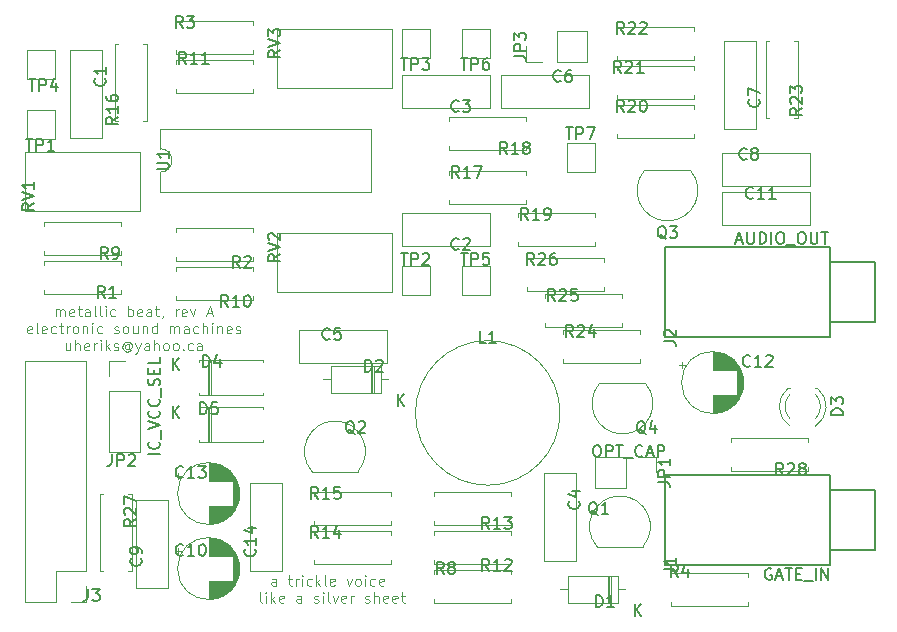
<source format=gto>
G04 #@! TF.GenerationSoftware,KiCad,Pcbnew,(5.0.0-3-g5ebb6b6)*
G04 #@! TF.CreationDate,2019-04-25T20:00:05+02:00*
G04 #@! TF.ProjectId,metallic_beat,6D6574616C6C69635F626561742E6B69,rev?*
G04 #@! TF.SameCoordinates,Original*
G04 #@! TF.FileFunction,Legend,Top*
G04 #@! TF.FilePolarity,Positive*
%FSLAX46Y46*%
G04 Gerber Fmt 4.6, Leading zero omitted, Abs format (unit mm)*
G04 Created by KiCad (PCBNEW (5.0.0-3-g5ebb6b6)) date Thursday 25 April 2019 20:00:05*
%MOMM*%
%LPD*%
G01*
G04 APERTURE LIST*
%ADD10C,0.200000*%
%ADD11C,0.100000*%
%ADD12C,0.120000*%
%ADD13C,0.150000*%
G04 APERTURE END LIST*
D10*
X121102380Y-98765809D02*
X120102380Y-98765809D01*
X121007142Y-97718190D02*
X121054761Y-97765809D01*
X121102380Y-97908666D01*
X121102380Y-98003904D01*
X121054761Y-98146761D01*
X120959523Y-98242000D01*
X120864285Y-98289619D01*
X120673809Y-98337238D01*
X120530952Y-98337238D01*
X120340476Y-98289619D01*
X120245238Y-98242000D01*
X120150000Y-98146761D01*
X120102380Y-98003904D01*
X120102380Y-97908666D01*
X120150000Y-97765809D01*
X120197619Y-97718190D01*
X121197619Y-97527714D02*
X121197619Y-96765809D01*
X120102380Y-96670571D02*
X121102380Y-96337238D01*
X120102380Y-96003904D01*
X121007142Y-95099142D02*
X121054761Y-95146761D01*
X121102380Y-95289619D01*
X121102380Y-95384857D01*
X121054761Y-95527714D01*
X120959523Y-95622952D01*
X120864285Y-95670571D01*
X120673809Y-95718190D01*
X120530952Y-95718190D01*
X120340476Y-95670571D01*
X120245238Y-95622952D01*
X120150000Y-95527714D01*
X120102380Y-95384857D01*
X120102380Y-95289619D01*
X120150000Y-95146761D01*
X120197619Y-95099142D01*
X121007142Y-94099142D02*
X121054761Y-94146761D01*
X121102380Y-94289619D01*
X121102380Y-94384857D01*
X121054761Y-94527714D01*
X120959523Y-94622952D01*
X120864285Y-94670571D01*
X120673809Y-94718190D01*
X120530952Y-94718190D01*
X120340476Y-94670571D01*
X120245238Y-94622952D01*
X120150000Y-94527714D01*
X120102380Y-94384857D01*
X120102380Y-94289619D01*
X120150000Y-94146761D01*
X120197619Y-94099142D01*
X121197619Y-93908666D02*
X121197619Y-93146761D01*
X121054761Y-92956285D02*
X121102380Y-92813428D01*
X121102380Y-92575333D01*
X121054761Y-92480095D01*
X121007142Y-92432476D01*
X120911904Y-92384857D01*
X120816666Y-92384857D01*
X120721428Y-92432476D01*
X120673809Y-92480095D01*
X120626190Y-92575333D01*
X120578571Y-92765809D01*
X120530952Y-92861047D01*
X120483333Y-92908666D01*
X120388095Y-92956285D01*
X120292857Y-92956285D01*
X120197619Y-92908666D01*
X120150000Y-92861047D01*
X120102380Y-92765809D01*
X120102380Y-92527714D01*
X120150000Y-92384857D01*
X120578571Y-91956285D02*
X120578571Y-91622952D01*
X121102380Y-91480095D02*
X121102380Y-91956285D01*
X120102380Y-91956285D01*
X120102380Y-91480095D01*
X121102380Y-90575333D02*
X121102380Y-91051523D01*
X120102380Y-91051523D01*
X157996285Y-98004380D02*
X158186761Y-98004380D01*
X158282000Y-98052000D01*
X158377238Y-98147238D01*
X158424857Y-98337714D01*
X158424857Y-98671047D01*
X158377238Y-98861523D01*
X158282000Y-98956761D01*
X158186761Y-99004380D01*
X157996285Y-99004380D01*
X157901047Y-98956761D01*
X157805809Y-98861523D01*
X157758190Y-98671047D01*
X157758190Y-98337714D01*
X157805809Y-98147238D01*
X157901047Y-98052000D01*
X157996285Y-98004380D01*
X158853428Y-99004380D02*
X158853428Y-98004380D01*
X159234380Y-98004380D01*
X159329619Y-98052000D01*
X159377238Y-98099619D01*
X159424857Y-98194857D01*
X159424857Y-98337714D01*
X159377238Y-98432952D01*
X159329619Y-98480571D01*
X159234380Y-98528190D01*
X158853428Y-98528190D01*
X159710571Y-98004380D02*
X160282000Y-98004380D01*
X159996285Y-99004380D02*
X159996285Y-98004380D01*
X160377238Y-99099619D02*
X161139142Y-99099619D01*
X161948666Y-98909142D02*
X161901047Y-98956761D01*
X161758190Y-99004380D01*
X161662952Y-99004380D01*
X161520095Y-98956761D01*
X161424857Y-98861523D01*
X161377238Y-98766285D01*
X161329619Y-98575809D01*
X161329619Y-98432952D01*
X161377238Y-98242476D01*
X161424857Y-98147238D01*
X161520095Y-98052000D01*
X161662952Y-98004380D01*
X161758190Y-98004380D01*
X161901047Y-98052000D01*
X161948666Y-98099619D01*
X162329619Y-98718666D02*
X162805809Y-98718666D01*
X162234380Y-99004380D02*
X162567714Y-98004380D01*
X162901047Y-99004380D01*
X163234380Y-99004380D02*
X163234380Y-98004380D01*
X163615333Y-98004380D01*
X163710571Y-98052000D01*
X163758190Y-98099619D01*
X163805809Y-98194857D01*
X163805809Y-98337714D01*
X163758190Y-98432952D01*
X163710571Y-98480571D01*
X163615333Y-98528190D01*
X163234380Y-98528190D01*
D11*
X130943142Y-109918142D02*
X130943142Y-109446714D01*
X130900285Y-109361000D01*
X130814571Y-109318142D01*
X130643142Y-109318142D01*
X130557428Y-109361000D01*
X130943142Y-109875285D02*
X130857428Y-109918142D01*
X130643142Y-109918142D01*
X130557428Y-109875285D01*
X130514571Y-109789571D01*
X130514571Y-109703857D01*
X130557428Y-109618142D01*
X130643142Y-109575285D01*
X130857428Y-109575285D01*
X130943142Y-109532428D01*
X131928857Y-109318142D02*
X132271714Y-109318142D01*
X132057428Y-109018142D02*
X132057428Y-109789571D01*
X132100285Y-109875285D01*
X132186000Y-109918142D01*
X132271714Y-109918142D01*
X132571714Y-109918142D02*
X132571714Y-109318142D01*
X132571714Y-109489571D02*
X132614571Y-109403857D01*
X132657428Y-109361000D01*
X132743142Y-109318142D01*
X132828857Y-109318142D01*
X133128857Y-109918142D02*
X133128857Y-109318142D01*
X133128857Y-109018142D02*
X133086000Y-109061000D01*
X133128857Y-109103857D01*
X133171714Y-109061000D01*
X133128857Y-109018142D01*
X133128857Y-109103857D01*
X133943142Y-109875285D02*
X133857428Y-109918142D01*
X133686000Y-109918142D01*
X133600285Y-109875285D01*
X133557428Y-109832428D01*
X133514571Y-109746714D01*
X133514571Y-109489571D01*
X133557428Y-109403857D01*
X133600285Y-109361000D01*
X133686000Y-109318142D01*
X133857428Y-109318142D01*
X133943142Y-109361000D01*
X134328857Y-109918142D02*
X134328857Y-109018142D01*
X134414571Y-109575285D02*
X134671714Y-109918142D01*
X134671714Y-109318142D02*
X134328857Y-109661000D01*
X135186000Y-109918142D02*
X135100285Y-109875285D01*
X135057428Y-109789571D01*
X135057428Y-109018142D01*
X135871714Y-109875285D02*
X135786000Y-109918142D01*
X135614571Y-109918142D01*
X135528857Y-109875285D01*
X135486000Y-109789571D01*
X135486000Y-109446714D01*
X135528857Y-109361000D01*
X135614571Y-109318142D01*
X135786000Y-109318142D01*
X135871714Y-109361000D01*
X135914571Y-109446714D01*
X135914571Y-109532428D01*
X135486000Y-109618142D01*
X136900285Y-109318142D02*
X137114571Y-109918142D01*
X137328857Y-109318142D01*
X137800285Y-109918142D02*
X137714571Y-109875285D01*
X137671714Y-109832428D01*
X137628857Y-109746714D01*
X137628857Y-109489571D01*
X137671714Y-109403857D01*
X137714571Y-109361000D01*
X137800285Y-109318142D01*
X137928857Y-109318142D01*
X138014571Y-109361000D01*
X138057428Y-109403857D01*
X138100285Y-109489571D01*
X138100285Y-109746714D01*
X138057428Y-109832428D01*
X138014571Y-109875285D01*
X137928857Y-109918142D01*
X137800285Y-109918142D01*
X138486000Y-109918142D02*
X138486000Y-109318142D01*
X138486000Y-109018142D02*
X138443142Y-109061000D01*
X138486000Y-109103857D01*
X138528857Y-109061000D01*
X138486000Y-109018142D01*
X138486000Y-109103857D01*
X139300285Y-109875285D02*
X139214571Y-109918142D01*
X139043142Y-109918142D01*
X138957428Y-109875285D01*
X138914571Y-109832428D01*
X138871714Y-109746714D01*
X138871714Y-109489571D01*
X138914571Y-109403857D01*
X138957428Y-109361000D01*
X139043142Y-109318142D01*
X139214571Y-109318142D01*
X139300285Y-109361000D01*
X140028857Y-109875285D02*
X139943142Y-109918142D01*
X139771714Y-109918142D01*
X139686000Y-109875285D01*
X139643142Y-109789571D01*
X139643142Y-109446714D01*
X139686000Y-109361000D01*
X139771714Y-109318142D01*
X139943142Y-109318142D01*
X140028857Y-109361000D01*
X140071714Y-109446714D01*
X140071714Y-109532428D01*
X139643142Y-109618142D01*
X129721714Y-111368142D02*
X129635999Y-111325285D01*
X129593142Y-111239571D01*
X129593142Y-110468142D01*
X130064571Y-111368142D02*
X130064571Y-110768142D01*
X130064571Y-110468142D02*
X130021714Y-110511000D01*
X130064571Y-110553857D01*
X130107428Y-110511000D01*
X130064571Y-110468142D01*
X130064571Y-110553857D01*
X130493142Y-111368142D02*
X130493142Y-110468142D01*
X130578857Y-111025285D02*
X130835999Y-111368142D01*
X130835999Y-110768142D02*
X130493142Y-111111000D01*
X131564571Y-111325285D02*
X131478857Y-111368142D01*
X131307428Y-111368142D01*
X131221714Y-111325285D01*
X131178857Y-111239571D01*
X131178857Y-110896714D01*
X131221714Y-110811000D01*
X131307428Y-110768142D01*
X131478857Y-110768142D01*
X131564571Y-110811000D01*
X131607428Y-110896714D01*
X131607428Y-110982428D01*
X131178857Y-111068142D01*
X133064571Y-111368142D02*
X133064571Y-110896714D01*
X133021714Y-110811000D01*
X132935999Y-110768142D01*
X132764571Y-110768142D01*
X132678857Y-110811000D01*
X133064571Y-111325285D02*
X132978857Y-111368142D01*
X132764571Y-111368142D01*
X132678857Y-111325285D01*
X132635999Y-111239571D01*
X132635999Y-111153857D01*
X132678857Y-111068142D01*
X132764571Y-111025285D01*
X132978857Y-111025285D01*
X133064571Y-110982428D01*
X134135999Y-111325285D02*
X134221714Y-111368142D01*
X134393142Y-111368142D01*
X134478857Y-111325285D01*
X134521714Y-111239571D01*
X134521714Y-111196714D01*
X134478857Y-111111000D01*
X134393142Y-111068142D01*
X134264571Y-111068142D01*
X134178857Y-111025285D01*
X134135999Y-110939571D01*
X134135999Y-110896714D01*
X134178857Y-110811000D01*
X134264571Y-110768142D01*
X134393142Y-110768142D01*
X134478857Y-110811000D01*
X134907428Y-111368142D02*
X134907428Y-110768142D01*
X134907428Y-110468142D02*
X134864571Y-110511000D01*
X134907428Y-110553857D01*
X134950285Y-110511000D01*
X134907428Y-110468142D01*
X134907428Y-110553857D01*
X135464571Y-111368142D02*
X135378857Y-111325285D01*
X135336000Y-111239571D01*
X135336000Y-110468142D01*
X135721714Y-110768142D02*
X135936000Y-111368142D01*
X136150285Y-110768142D01*
X136836000Y-111325285D02*
X136750285Y-111368142D01*
X136578857Y-111368142D01*
X136493142Y-111325285D01*
X136450285Y-111239571D01*
X136450285Y-110896714D01*
X136493142Y-110811000D01*
X136578857Y-110768142D01*
X136750285Y-110768142D01*
X136836000Y-110811000D01*
X136878857Y-110896714D01*
X136878857Y-110982428D01*
X136450285Y-111068142D01*
X137264571Y-111368142D02*
X137264571Y-110768142D01*
X137264571Y-110939571D02*
X137307428Y-110853857D01*
X137350285Y-110811000D01*
X137436000Y-110768142D01*
X137521714Y-110768142D01*
X138464571Y-111325285D02*
X138550285Y-111368142D01*
X138721714Y-111368142D01*
X138807428Y-111325285D01*
X138850285Y-111239571D01*
X138850285Y-111196714D01*
X138807428Y-111111000D01*
X138721714Y-111068142D01*
X138593142Y-111068142D01*
X138507428Y-111025285D01*
X138464571Y-110939571D01*
X138464571Y-110896714D01*
X138507428Y-110811000D01*
X138593142Y-110768142D01*
X138721714Y-110768142D01*
X138807428Y-110811000D01*
X139236000Y-111368142D02*
X139236000Y-110468142D01*
X139621714Y-111368142D02*
X139621714Y-110896714D01*
X139578857Y-110811000D01*
X139493142Y-110768142D01*
X139364571Y-110768142D01*
X139278857Y-110811000D01*
X139236000Y-110853857D01*
X140393142Y-111325285D02*
X140307428Y-111368142D01*
X140136000Y-111368142D01*
X140050285Y-111325285D01*
X140007428Y-111239571D01*
X140007428Y-110896714D01*
X140050285Y-110811000D01*
X140136000Y-110768142D01*
X140307428Y-110768142D01*
X140393142Y-110811000D01*
X140436000Y-110896714D01*
X140436000Y-110982428D01*
X140007428Y-111068142D01*
X141164571Y-111325285D02*
X141078857Y-111368142D01*
X140907428Y-111368142D01*
X140821714Y-111325285D01*
X140778857Y-111239571D01*
X140778857Y-110896714D01*
X140821714Y-110811000D01*
X140907428Y-110768142D01*
X141078857Y-110768142D01*
X141164571Y-110811000D01*
X141207428Y-110896714D01*
X141207428Y-110982428D01*
X140778857Y-111068142D01*
X141464571Y-110768142D02*
X141807428Y-110768142D01*
X141593142Y-110468142D02*
X141593142Y-111239571D01*
X141636000Y-111325285D01*
X141721714Y-111368142D01*
X141807428Y-111368142D01*
X112272000Y-87095142D02*
X112272000Y-86495142D01*
X112272000Y-86580857D02*
X112314857Y-86538000D01*
X112400571Y-86495142D01*
X112529142Y-86495142D01*
X112614857Y-86538000D01*
X112657714Y-86623714D01*
X112657714Y-87095142D01*
X112657714Y-86623714D02*
X112700571Y-86538000D01*
X112786285Y-86495142D01*
X112914857Y-86495142D01*
X113000571Y-86538000D01*
X113043428Y-86623714D01*
X113043428Y-87095142D01*
X113814857Y-87052285D02*
X113729142Y-87095142D01*
X113557714Y-87095142D01*
X113472000Y-87052285D01*
X113429142Y-86966571D01*
X113429142Y-86623714D01*
X113472000Y-86538000D01*
X113557714Y-86495142D01*
X113729142Y-86495142D01*
X113814857Y-86538000D01*
X113857714Y-86623714D01*
X113857714Y-86709428D01*
X113429142Y-86795142D01*
X114114857Y-86495142D02*
X114457714Y-86495142D01*
X114243428Y-86195142D02*
X114243428Y-86966571D01*
X114286285Y-87052285D01*
X114372000Y-87095142D01*
X114457714Y-87095142D01*
X115143428Y-87095142D02*
X115143428Y-86623714D01*
X115100571Y-86538000D01*
X115014857Y-86495142D01*
X114843428Y-86495142D01*
X114757714Y-86538000D01*
X115143428Y-87052285D02*
X115057714Y-87095142D01*
X114843428Y-87095142D01*
X114757714Y-87052285D01*
X114714857Y-86966571D01*
X114714857Y-86880857D01*
X114757714Y-86795142D01*
X114843428Y-86752285D01*
X115057714Y-86752285D01*
X115143428Y-86709428D01*
X115700571Y-87095142D02*
X115614857Y-87052285D01*
X115572000Y-86966571D01*
X115572000Y-86195142D01*
X116172000Y-87095142D02*
X116086285Y-87052285D01*
X116043428Y-86966571D01*
X116043428Y-86195142D01*
X116514857Y-87095142D02*
X116514857Y-86495142D01*
X116514857Y-86195142D02*
X116472000Y-86238000D01*
X116514857Y-86280857D01*
X116557714Y-86238000D01*
X116514857Y-86195142D01*
X116514857Y-86280857D01*
X117329142Y-87052285D02*
X117243428Y-87095142D01*
X117072000Y-87095142D01*
X116986285Y-87052285D01*
X116943428Y-87009428D01*
X116900571Y-86923714D01*
X116900571Y-86666571D01*
X116943428Y-86580857D01*
X116986285Y-86538000D01*
X117072000Y-86495142D01*
X117243428Y-86495142D01*
X117329142Y-86538000D01*
X118400571Y-87095142D02*
X118400571Y-86195142D01*
X118400571Y-86538000D02*
X118486285Y-86495142D01*
X118657714Y-86495142D01*
X118743428Y-86538000D01*
X118786285Y-86580857D01*
X118829142Y-86666571D01*
X118829142Y-86923714D01*
X118786285Y-87009428D01*
X118743428Y-87052285D01*
X118657714Y-87095142D01*
X118486285Y-87095142D01*
X118400571Y-87052285D01*
X119557714Y-87052285D02*
X119472000Y-87095142D01*
X119300571Y-87095142D01*
X119214857Y-87052285D01*
X119172000Y-86966571D01*
X119172000Y-86623714D01*
X119214857Y-86538000D01*
X119300571Y-86495142D01*
X119472000Y-86495142D01*
X119557714Y-86538000D01*
X119600571Y-86623714D01*
X119600571Y-86709428D01*
X119172000Y-86795142D01*
X120372000Y-87095142D02*
X120372000Y-86623714D01*
X120329142Y-86538000D01*
X120243428Y-86495142D01*
X120072000Y-86495142D01*
X119986285Y-86538000D01*
X120372000Y-87052285D02*
X120286285Y-87095142D01*
X120072000Y-87095142D01*
X119986285Y-87052285D01*
X119943428Y-86966571D01*
X119943428Y-86880857D01*
X119986285Y-86795142D01*
X120072000Y-86752285D01*
X120286285Y-86752285D01*
X120372000Y-86709428D01*
X120672000Y-86495142D02*
X121014857Y-86495142D01*
X120800571Y-86195142D02*
X120800571Y-86966571D01*
X120843428Y-87052285D01*
X120929142Y-87095142D01*
X121014857Y-87095142D01*
X121357714Y-87052285D02*
X121357714Y-87095142D01*
X121314857Y-87180857D01*
X121272000Y-87223714D01*
X122429142Y-87095142D02*
X122429142Y-86495142D01*
X122429142Y-86666571D02*
X122472000Y-86580857D01*
X122514857Y-86538000D01*
X122600571Y-86495142D01*
X122686285Y-86495142D01*
X123329142Y-87052285D02*
X123243428Y-87095142D01*
X123072000Y-87095142D01*
X122986285Y-87052285D01*
X122943428Y-86966571D01*
X122943428Y-86623714D01*
X122986285Y-86538000D01*
X123072000Y-86495142D01*
X123243428Y-86495142D01*
X123329142Y-86538000D01*
X123372000Y-86623714D01*
X123372000Y-86709428D01*
X122943428Y-86795142D01*
X123672000Y-86495142D02*
X123886285Y-87095142D01*
X124100571Y-86495142D01*
X125086285Y-86838000D02*
X125514857Y-86838000D01*
X125000571Y-87095142D02*
X125300571Y-86195142D01*
X125600571Y-87095142D01*
X110236285Y-88502285D02*
X110150571Y-88545142D01*
X109979142Y-88545142D01*
X109893428Y-88502285D01*
X109850571Y-88416571D01*
X109850571Y-88073714D01*
X109893428Y-87988000D01*
X109979142Y-87945142D01*
X110150571Y-87945142D01*
X110236285Y-87988000D01*
X110279142Y-88073714D01*
X110279142Y-88159428D01*
X109850571Y-88245142D01*
X110793428Y-88545142D02*
X110707714Y-88502285D01*
X110664857Y-88416571D01*
X110664857Y-87645142D01*
X111479142Y-88502285D02*
X111393428Y-88545142D01*
X111222000Y-88545142D01*
X111136285Y-88502285D01*
X111093428Y-88416571D01*
X111093428Y-88073714D01*
X111136285Y-87988000D01*
X111222000Y-87945142D01*
X111393428Y-87945142D01*
X111479142Y-87988000D01*
X111522000Y-88073714D01*
X111522000Y-88159428D01*
X111093428Y-88245142D01*
X112293428Y-88502285D02*
X112207714Y-88545142D01*
X112036285Y-88545142D01*
X111950571Y-88502285D01*
X111907714Y-88459428D01*
X111864857Y-88373714D01*
X111864857Y-88116571D01*
X111907714Y-88030857D01*
X111950571Y-87988000D01*
X112036285Y-87945142D01*
X112207714Y-87945142D01*
X112293428Y-87988000D01*
X112550571Y-87945142D02*
X112893428Y-87945142D01*
X112679142Y-87645142D02*
X112679142Y-88416571D01*
X112722000Y-88502285D01*
X112807714Y-88545142D01*
X112893428Y-88545142D01*
X113193428Y-88545142D02*
X113193428Y-87945142D01*
X113193428Y-88116571D02*
X113236285Y-88030857D01*
X113279142Y-87988000D01*
X113364857Y-87945142D01*
X113450571Y-87945142D01*
X113879142Y-88545142D02*
X113793428Y-88502285D01*
X113750571Y-88459428D01*
X113707714Y-88373714D01*
X113707714Y-88116571D01*
X113750571Y-88030857D01*
X113793428Y-87988000D01*
X113879142Y-87945142D01*
X114007714Y-87945142D01*
X114093428Y-87988000D01*
X114136285Y-88030857D01*
X114179142Y-88116571D01*
X114179142Y-88373714D01*
X114136285Y-88459428D01*
X114093428Y-88502285D01*
X114007714Y-88545142D01*
X113879142Y-88545142D01*
X114564857Y-87945142D02*
X114564857Y-88545142D01*
X114564857Y-88030857D02*
X114607714Y-87988000D01*
X114693428Y-87945142D01*
X114822000Y-87945142D01*
X114907714Y-87988000D01*
X114950571Y-88073714D01*
X114950571Y-88545142D01*
X115379142Y-88545142D02*
X115379142Y-87945142D01*
X115379142Y-87645142D02*
X115336285Y-87688000D01*
X115379142Y-87730857D01*
X115422000Y-87688000D01*
X115379142Y-87645142D01*
X115379142Y-87730857D01*
X116193428Y-88502285D02*
X116107714Y-88545142D01*
X115936285Y-88545142D01*
X115850571Y-88502285D01*
X115807714Y-88459428D01*
X115764857Y-88373714D01*
X115764857Y-88116571D01*
X115807714Y-88030857D01*
X115850571Y-87988000D01*
X115936285Y-87945142D01*
X116107714Y-87945142D01*
X116193428Y-87988000D01*
X117222000Y-88502285D02*
X117307714Y-88545142D01*
X117479142Y-88545142D01*
X117564857Y-88502285D01*
X117607714Y-88416571D01*
X117607714Y-88373714D01*
X117564857Y-88288000D01*
X117479142Y-88245142D01*
X117350571Y-88245142D01*
X117264857Y-88202285D01*
X117222000Y-88116571D01*
X117222000Y-88073714D01*
X117264857Y-87988000D01*
X117350571Y-87945142D01*
X117479142Y-87945142D01*
X117564857Y-87988000D01*
X118122000Y-88545142D02*
X118036285Y-88502285D01*
X117993428Y-88459428D01*
X117950571Y-88373714D01*
X117950571Y-88116571D01*
X117993428Y-88030857D01*
X118036285Y-87988000D01*
X118122000Y-87945142D01*
X118250571Y-87945142D01*
X118336285Y-87988000D01*
X118379142Y-88030857D01*
X118422000Y-88116571D01*
X118422000Y-88373714D01*
X118379142Y-88459428D01*
X118336285Y-88502285D01*
X118250571Y-88545142D01*
X118122000Y-88545142D01*
X119193428Y-87945142D02*
X119193428Y-88545142D01*
X118807714Y-87945142D02*
X118807714Y-88416571D01*
X118850571Y-88502285D01*
X118936285Y-88545142D01*
X119064857Y-88545142D01*
X119150571Y-88502285D01*
X119193428Y-88459428D01*
X119622000Y-87945142D02*
X119622000Y-88545142D01*
X119622000Y-88030857D02*
X119664857Y-87988000D01*
X119750571Y-87945142D01*
X119879142Y-87945142D01*
X119964857Y-87988000D01*
X120007714Y-88073714D01*
X120007714Y-88545142D01*
X120822000Y-88545142D02*
X120822000Y-87645142D01*
X120822000Y-88502285D02*
X120736285Y-88545142D01*
X120564857Y-88545142D01*
X120479142Y-88502285D01*
X120436285Y-88459428D01*
X120393428Y-88373714D01*
X120393428Y-88116571D01*
X120436285Y-88030857D01*
X120479142Y-87988000D01*
X120564857Y-87945142D01*
X120736285Y-87945142D01*
X120822000Y-87988000D01*
X121936285Y-88545142D02*
X121936285Y-87945142D01*
X121936285Y-88030857D02*
X121979142Y-87988000D01*
X122064857Y-87945142D01*
X122193428Y-87945142D01*
X122279142Y-87988000D01*
X122322000Y-88073714D01*
X122322000Y-88545142D01*
X122322000Y-88073714D02*
X122364857Y-87988000D01*
X122450571Y-87945142D01*
X122579142Y-87945142D01*
X122664857Y-87988000D01*
X122707714Y-88073714D01*
X122707714Y-88545142D01*
X123522000Y-88545142D02*
X123522000Y-88073714D01*
X123479142Y-87988000D01*
X123393428Y-87945142D01*
X123222000Y-87945142D01*
X123136285Y-87988000D01*
X123522000Y-88502285D02*
X123436285Y-88545142D01*
X123222000Y-88545142D01*
X123136285Y-88502285D01*
X123093428Y-88416571D01*
X123093428Y-88330857D01*
X123136285Y-88245142D01*
X123222000Y-88202285D01*
X123436285Y-88202285D01*
X123522000Y-88159428D01*
X124336285Y-88502285D02*
X124250571Y-88545142D01*
X124079142Y-88545142D01*
X123993428Y-88502285D01*
X123950571Y-88459428D01*
X123907714Y-88373714D01*
X123907714Y-88116571D01*
X123950571Y-88030857D01*
X123993428Y-87988000D01*
X124079142Y-87945142D01*
X124250571Y-87945142D01*
X124336285Y-87988000D01*
X124722000Y-88545142D02*
X124722000Y-87645142D01*
X125107714Y-88545142D02*
X125107714Y-88073714D01*
X125064857Y-87988000D01*
X124979142Y-87945142D01*
X124850571Y-87945142D01*
X124764857Y-87988000D01*
X124722000Y-88030857D01*
X125536285Y-88545142D02*
X125536285Y-87945142D01*
X125536285Y-87645142D02*
X125493428Y-87688000D01*
X125536285Y-87730857D01*
X125579142Y-87688000D01*
X125536285Y-87645142D01*
X125536285Y-87730857D01*
X125964857Y-87945142D02*
X125964857Y-88545142D01*
X125964857Y-88030857D02*
X126007714Y-87988000D01*
X126093428Y-87945142D01*
X126222000Y-87945142D01*
X126307714Y-87988000D01*
X126350571Y-88073714D01*
X126350571Y-88545142D01*
X127122000Y-88502285D02*
X127036285Y-88545142D01*
X126864857Y-88545142D01*
X126779142Y-88502285D01*
X126736285Y-88416571D01*
X126736285Y-88073714D01*
X126779142Y-87988000D01*
X126864857Y-87945142D01*
X127036285Y-87945142D01*
X127122000Y-87988000D01*
X127164857Y-88073714D01*
X127164857Y-88159428D01*
X126736285Y-88245142D01*
X127507714Y-88502285D02*
X127593428Y-88545142D01*
X127764857Y-88545142D01*
X127850571Y-88502285D01*
X127893428Y-88416571D01*
X127893428Y-88373714D01*
X127850571Y-88288000D01*
X127764857Y-88245142D01*
X127636285Y-88245142D01*
X127550571Y-88202285D01*
X127507714Y-88116571D01*
X127507714Y-88073714D01*
X127550571Y-87988000D01*
X127636285Y-87945142D01*
X127764857Y-87945142D01*
X127850571Y-87988000D01*
X113493428Y-89395142D02*
X113493428Y-89995142D01*
X113107714Y-89395142D02*
X113107714Y-89866571D01*
X113150571Y-89952285D01*
X113236285Y-89995142D01*
X113364857Y-89995142D01*
X113450571Y-89952285D01*
X113493428Y-89909428D01*
X113922000Y-89995142D02*
X113922000Y-89095142D01*
X114307714Y-89995142D02*
X114307714Y-89523714D01*
X114264857Y-89438000D01*
X114179142Y-89395142D01*
X114050571Y-89395142D01*
X113964857Y-89438000D01*
X113922000Y-89480857D01*
X115079142Y-89952285D02*
X114993428Y-89995142D01*
X114822000Y-89995142D01*
X114736285Y-89952285D01*
X114693428Y-89866571D01*
X114693428Y-89523714D01*
X114736285Y-89438000D01*
X114822000Y-89395142D01*
X114993428Y-89395142D01*
X115079142Y-89438000D01*
X115122000Y-89523714D01*
X115122000Y-89609428D01*
X114693428Y-89695142D01*
X115507714Y-89995142D02*
X115507714Y-89395142D01*
X115507714Y-89566571D02*
X115550571Y-89480857D01*
X115593428Y-89438000D01*
X115679142Y-89395142D01*
X115764857Y-89395142D01*
X116064857Y-89995142D02*
X116064857Y-89395142D01*
X116064857Y-89095142D02*
X116022000Y-89138000D01*
X116064857Y-89180857D01*
X116107714Y-89138000D01*
X116064857Y-89095142D01*
X116064857Y-89180857D01*
X116493428Y-89995142D02*
X116493428Y-89095142D01*
X116579142Y-89652285D02*
X116836285Y-89995142D01*
X116836285Y-89395142D02*
X116493428Y-89738000D01*
X117179142Y-89952285D02*
X117264857Y-89995142D01*
X117436285Y-89995142D01*
X117522000Y-89952285D01*
X117564857Y-89866571D01*
X117564857Y-89823714D01*
X117522000Y-89738000D01*
X117436285Y-89695142D01*
X117307714Y-89695142D01*
X117222000Y-89652285D01*
X117179142Y-89566571D01*
X117179142Y-89523714D01*
X117222000Y-89438000D01*
X117307714Y-89395142D01*
X117436285Y-89395142D01*
X117522000Y-89438000D01*
X118507714Y-89566571D02*
X118464857Y-89523714D01*
X118379142Y-89480857D01*
X118293428Y-89480857D01*
X118207714Y-89523714D01*
X118164857Y-89566571D01*
X118122000Y-89652285D01*
X118122000Y-89738000D01*
X118164857Y-89823714D01*
X118207714Y-89866571D01*
X118293428Y-89909428D01*
X118379142Y-89909428D01*
X118464857Y-89866571D01*
X118507714Y-89823714D01*
X118507714Y-89480857D02*
X118507714Y-89823714D01*
X118550571Y-89866571D01*
X118593428Y-89866571D01*
X118679142Y-89823714D01*
X118722000Y-89738000D01*
X118722000Y-89523714D01*
X118636285Y-89395142D01*
X118507714Y-89309428D01*
X118336285Y-89266571D01*
X118164857Y-89309428D01*
X118036285Y-89395142D01*
X117950571Y-89523714D01*
X117907714Y-89695142D01*
X117950571Y-89866571D01*
X118036285Y-89995142D01*
X118164857Y-90080857D01*
X118336285Y-90123714D01*
X118507714Y-90080857D01*
X118636285Y-89995142D01*
X119022000Y-89395142D02*
X119236285Y-89995142D01*
X119450571Y-89395142D02*
X119236285Y-89995142D01*
X119150571Y-90209428D01*
X119107714Y-90252285D01*
X119022000Y-90295142D01*
X120179142Y-89995142D02*
X120179142Y-89523714D01*
X120136285Y-89438000D01*
X120050571Y-89395142D01*
X119879142Y-89395142D01*
X119793428Y-89438000D01*
X120179142Y-89952285D02*
X120093428Y-89995142D01*
X119879142Y-89995142D01*
X119793428Y-89952285D01*
X119750571Y-89866571D01*
X119750571Y-89780857D01*
X119793428Y-89695142D01*
X119879142Y-89652285D01*
X120093428Y-89652285D01*
X120179142Y-89609428D01*
X120607714Y-89995142D02*
X120607714Y-89095142D01*
X120993428Y-89995142D02*
X120993428Y-89523714D01*
X120950571Y-89438000D01*
X120864857Y-89395142D01*
X120736285Y-89395142D01*
X120650571Y-89438000D01*
X120607714Y-89480857D01*
X121550571Y-89995142D02*
X121464857Y-89952285D01*
X121422000Y-89909428D01*
X121379142Y-89823714D01*
X121379142Y-89566571D01*
X121422000Y-89480857D01*
X121464857Y-89438000D01*
X121550571Y-89395142D01*
X121679142Y-89395142D01*
X121764857Y-89438000D01*
X121807714Y-89480857D01*
X121850571Y-89566571D01*
X121850571Y-89823714D01*
X121807714Y-89909428D01*
X121764857Y-89952285D01*
X121679142Y-89995142D01*
X121550571Y-89995142D01*
X122364857Y-89995142D02*
X122279142Y-89952285D01*
X122236285Y-89909428D01*
X122193428Y-89823714D01*
X122193428Y-89566571D01*
X122236285Y-89480857D01*
X122279142Y-89438000D01*
X122364857Y-89395142D01*
X122493428Y-89395142D01*
X122579142Y-89438000D01*
X122622000Y-89480857D01*
X122664857Y-89566571D01*
X122664857Y-89823714D01*
X122622000Y-89909428D01*
X122579142Y-89952285D01*
X122493428Y-89995142D01*
X122364857Y-89995142D01*
X123050571Y-89909428D02*
X123093428Y-89952285D01*
X123050571Y-89995142D01*
X123007714Y-89952285D01*
X123050571Y-89909428D01*
X123050571Y-89995142D01*
X123864857Y-89952285D02*
X123779142Y-89995142D01*
X123607714Y-89995142D01*
X123522000Y-89952285D01*
X123479142Y-89909428D01*
X123436285Y-89823714D01*
X123436285Y-89566571D01*
X123479142Y-89480857D01*
X123522000Y-89438000D01*
X123607714Y-89395142D01*
X123779142Y-89395142D01*
X123864857Y-89438000D01*
X124636285Y-89995142D02*
X124636285Y-89523714D01*
X124593428Y-89438000D01*
X124507714Y-89395142D01*
X124336285Y-89395142D01*
X124250571Y-89438000D01*
X124636285Y-89952285D02*
X124550571Y-89995142D01*
X124336285Y-89995142D01*
X124250571Y-89952285D01*
X124207714Y-89866571D01*
X124207714Y-89780857D01*
X124250571Y-89695142D01*
X124336285Y-89652285D01*
X124550571Y-89652285D01*
X124636285Y-89609428D01*
D10*
X169902666Y-80684666D02*
X170378857Y-80684666D01*
X169807428Y-80970380D02*
X170140761Y-79970380D01*
X170474095Y-80970380D01*
X170807428Y-79970380D02*
X170807428Y-80779904D01*
X170855047Y-80875142D01*
X170902666Y-80922761D01*
X170997904Y-80970380D01*
X171188380Y-80970380D01*
X171283619Y-80922761D01*
X171331238Y-80875142D01*
X171378857Y-80779904D01*
X171378857Y-79970380D01*
X171855047Y-80970380D02*
X171855047Y-79970380D01*
X172093142Y-79970380D01*
X172236000Y-80018000D01*
X172331238Y-80113238D01*
X172378857Y-80208476D01*
X172426476Y-80398952D01*
X172426476Y-80541809D01*
X172378857Y-80732285D01*
X172331238Y-80827523D01*
X172236000Y-80922761D01*
X172093142Y-80970380D01*
X171855047Y-80970380D01*
X172855047Y-80970380D02*
X172855047Y-79970380D01*
X173521714Y-79970380D02*
X173712190Y-79970380D01*
X173807428Y-80018000D01*
X173902666Y-80113238D01*
X173950285Y-80303714D01*
X173950285Y-80637047D01*
X173902666Y-80827523D01*
X173807428Y-80922761D01*
X173712190Y-80970380D01*
X173521714Y-80970380D01*
X173426476Y-80922761D01*
X173331238Y-80827523D01*
X173283619Y-80637047D01*
X173283619Y-80303714D01*
X173331238Y-80113238D01*
X173426476Y-80018000D01*
X173521714Y-79970380D01*
X174140761Y-81065619D02*
X174902666Y-81065619D01*
X175331238Y-79970380D02*
X175521714Y-79970380D01*
X175616952Y-80018000D01*
X175712190Y-80113238D01*
X175759809Y-80303714D01*
X175759809Y-80637047D01*
X175712190Y-80827523D01*
X175616952Y-80922761D01*
X175521714Y-80970380D01*
X175331238Y-80970380D01*
X175236000Y-80922761D01*
X175140761Y-80827523D01*
X175093142Y-80637047D01*
X175093142Y-80303714D01*
X175140761Y-80113238D01*
X175236000Y-80018000D01*
X175331238Y-79970380D01*
X176188380Y-79970380D02*
X176188380Y-80779904D01*
X176236000Y-80875142D01*
X176283619Y-80922761D01*
X176378857Y-80970380D01*
X176569333Y-80970380D01*
X176664571Y-80922761D01*
X176712190Y-80875142D01*
X176759809Y-80779904D01*
X176759809Y-79970380D01*
X177093142Y-79970380D02*
X177664571Y-79970380D01*
X177378857Y-80970380D02*
X177378857Y-79970380D01*
X172863142Y-108466000D02*
X172767904Y-108418380D01*
X172625047Y-108418380D01*
X172482190Y-108466000D01*
X172386952Y-108561238D01*
X172339333Y-108656476D01*
X172291714Y-108846952D01*
X172291714Y-108989809D01*
X172339333Y-109180285D01*
X172386952Y-109275523D01*
X172482190Y-109370761D01*
X172625047Y-109418380D01*
X172720285Y-109418380D01*
X172863142Y-109370761D01*
X172910761Y-109323142D01*
X172910761Y-108989809D01*
X172720285Y-108989809D01*
X173291714Y-109132666D02*
X173767904Y-109132666D01*
X173196476Y-109418380D02*
X173529809Y-108418380D01*
X173863142Y-109418380D01*
X174053619Y-108418380D02*
X174625047Y-108418380D01*
X174339333Y-109418380D02*
X174339333Y-108418380D01*
X174958380Y-108894571D02*
X175291714Y-108894571D01*
X175434571Y-109418380D02*
X174958380Y-109418380D01*
X174958380Y-108418380D01*
X175434571Y-108418380D01*
X175625047Y-109513619D02*
X176386952Y-109513619D01*
X176625047Y-109418380D02*
X176625047Y-108418380D01*
X177101238Y-109418380D02*
X177101238Y-108418380D01*
X177672666Y-109418380D01*
X177672666Y-108418380D01*
D12*
G04 #@! TO.C,C1*
X116178000Y-64566000D02*
X116178000Y-72006000D01*
X113438000Y-64566000D02*
X113438000Y-72006000D01*
X116178000Y-64566000D02*
X113438000Y-64566000D01*
X116178000Y-72006000D02*
X113438000Y-72006000D01*
G04 #@! TO.C,C2*
X141608000Y-81126000D02*
X141608000Y-78386000D01*
X149048000Y-81126000D02*
X149048000Y-78386000D01*
X149048000Y-78386000D02*
X141608000Y-78386000D01*
X149048000Y-81126000D02*
X141608000Y-81126000D01*
G04 #@! TO.C,C3*
X149048000Y-69442000D02*
X141608000Y-69442000D01*
X149048000Y-66702000D02*
X141608000Y-66702000D01*
X149048000Y-69442000D02*
X149048000Y-66702000D01*
X141608000Y-69442000D02*
X141608000Y-66702000D01*
G04 #@! TO.C,C4*
X156310000Y-107820000D02*
X153570000Y-107820000D01*
X156310000Y-100380000D02*
X153570000Y-100380000D01*
X153570000Y-100380000D02*
X153570000Y-107820000D01*
X156310000Y-100380000D02*
X156310000Y-107820000D01*
G04 #@! TO.C,C5*
X140332000Y-88292000D02*
X140332000Y-91032000D01*
X132892000Y-88292000D02*
X132892000Y-91032000D01*
X132892000Y-91032000D02*
X140332000Y-91032000D01*
X132892000Y-88292000D02*
X140332000Y-88292000D01*
G04 #@! TO.C,C6*
X157430000Y-69442000D02*
X149990000Y-69442000D01*
X157430000Y-66702000D02*
X149990000Y-66702000D01*
X157430000Y-69442000D02*
X157430000Y-66702000D01*
X149990000Y-69442000D02*
X149990000Y-66702000D01*
G04 #@! TO.C,C7*
X171550000Y-71244000D02*
X168810000Y-71244000D01*
X171550000Y-63804000D02*
X168810000Y-63804000D01*
X168810000Y-63804000D02*
X168810000Y-71244000D01*
X171550000Y-63804000D02*
X171550000Y-71244000D01*
G04 #@! TO.C,C8*
X168706000Y-73306000D02*
X176146000Y-73306000D01*
X168706000Y-76046000D02*
X176146000Y-76046000D01*
X168706000Y-73306000D02*
X168706000Y-76046000D01*
X176146000Y-73306000D02*
X176146000Y-76046000D01*
G04 #@! TO.C,C9*
X121766000Y-102666000D02*
X121766000Y-110106000D01*
X119026000Y-102666000D02*
X119026000Y-110106000D01*
X121766000Y-102666000D02*
X119026000Y-102666000D01*
X121766000Y-110106000D02*
X119026000Y-110106000D01*
G04 #@! TO.C,C10*
X127826000Y-108458000D02*
G75*
G03X127826000Y-108458000I-2620000J0D01*
G01*
X125206000Y-109498000D02*
X125206000Y-111038000D01*
X125206000Y-105878000D02*
X125206000Y-107418000D01*
X125246000Y-109498000D02*
X125246000Y-111038000D01*
X125246000Y-105878000D02*
X125246000Y-107418000D01*
X125286000Y-105879000D02*
X125286000Y-107418000D01*
X125286000Y-109498000D02*
X125286000Y-111037000D01*
X125326000Y-105880000D02*
X125326000Y-107418000D01*
X125326000Y-109498000D02*
X125326000Y-111036000D01*
X125366000Y-105882000D02*
X125366000Y-107418000D01*
X125366000Y-109498000D02*
X125366000Y-111034000D01*
X125406000Y-105885000D02*
X125406000Y-107418000D01*
X125406000Y-109498000D02*
X125406000Y-111031000D01*
X125446000Y-105889000D02*
X125446000Y-107418000D01*
X125446000Y-109498000D02*
X125446000Y-111027000D01*
X125486000Y-105893000D02*
X125486000Y-107418000D01*
X125486000Y-109498000D02*
X125486000Y-111023000D01*
X125526000Y-105897000D02*
X125526000Y-107418000D01*
X125526000Y-109498000D02*
X125526000Y-111019000D01*
X125566000Y-105902000D02*
X125566000Y-107418000D01*
X125566000Y-109498000D02*
X125566000Y-111014000D01*
X125606000Y-105908000D02*
X125606000Y-107418000D01*
X125606000Y-109498000D02*
X125606000Y-111008000D01*
X125646000Y-105915000D02*
X125646000Y-107418000D01*
X125646000Y-109498000D02*
X125646000Y-111001000D01*
X125686000Y-105922000D02*
X125686000Y-107418000D01*
X125686000Y-109498000D02*
X125686000Y-110994000D01*
X125726000Y-105930000D02*
X125726000Y-107418000D01*
X125726000Y-109498000D02*
X125726000Y-110986000D01*
X125766000Y-105938000D02*
X125766000Y-107418000D01*
X125766000Y-109498000D02*
X125766000Y-110978000D01*
X125806000Y-105947000D02*
X125806000Y-107418000D01*
X125806000Y-109498000D02*
X125806000Y-110969000D01*
X125846000Y-105957000D02*
X125846000Y-107418000D01*
X125846000Y-109498000D02*
X125846000Y-110959000D01*
X125886000Y-105967000D02*
X125886000Y-107418000D01*
X125886000Y-109498000D02*
X125886000Y-110949000D01*
X125927000Y-105978000D02*
X125927000Y-107418000D01*
X125927000Y-109498000D02*
X125927000Y-110938000D01*
X125967000Y-105990000D02*
X125967000Y-107418000D01*
X125967000Y-109498000D02*
X125967000Y-110926000D01*
X126007000Y-106003000D02*
X126007000Y-107418000D01*
X126007000Y-109498000D02*
X126007000Y-110913000D01*
X126047000Y-106016000D02*
X126047000Y-107418000D01*
X126047000Y-109498000D02*
X126047000Y-110900000D01*
X126087000Y-106030000D02*
X126087000Y-107418000D01*
X126087000Y-109498000D02*
X126087000Y-110886000D01*
X126127000Y-106044000D02*
X126127000Y-107418000D01*
X126127000Y-109498000D02*
X126127000Y-110872000D01*
X126167000Y-106060000D02*
X126167000Y-107418000D01*
X126167000Y-109498000D02*
X126167000Y-110856000D01*
X126207000Y-106076000D02*
X126207000Y-107418000D01*
X126207000Y-109498000D02*
X126207000Y-110840000D01*
X126247000Y-106093000D02*
X126247000Y-107418000D01*
X126247000Y-109498000D02*
X126247000Y-110823000D01*
X126287000Y-106110000D02*
X126287000Y-107418000D01*
X126287000Y-109498000D02*
X126287000Y-110806000D01*
X126327000Y-106129000D02*
X126327000Y-107418000D01*
X126327000Y-109498000D02*
X126327000Y-110787000D01*
X126367000Y-106148000D02*
X126367000Y-107418000D01*
X126367000Y-109498000D02*
X126367000Y-110768000D01*
X126407000Y-106168000D02*
X126407000Y-107418000D01*
X126407000Y-109498000D02*
X126407000Y-110748000D01*
X126447000Y-106190000D02*
X126447000Y-107418000D01*
X126447000Y-109498000D02*
X126447000Y-110726000D01*
X126487000Y-106211000D02*
X126487000Y-107418000D01*
X126487000Y-109498000D02*
X126487000Y-110705000D01*
X126527000Y-106234000D02*
X126527000Y-107418000D01*
X126527000Y-109498000D02*
X126527000Y-110682000D01*
X126567000Y-106258000D02*
X126567000Y-107418000D01*
X126567000Y-109498000D02*
X126567000Y-110658000D01*
X126607000Y-106283000D02*
X126607000Y-107418000D01*
X126607000Y-109498000D02*
X126607000Y-110633000D01*
X126647000Y-106309000D02*
X126647000Y-107418000D01*
X126647000Y-109498000D02*
X126647000Y-110607000D01*
X126687000Y-106336000D02*
X126687000Y-107418000D01*
X126687000Y-109498000D02*
X126687000Y-110580000D01*
X126727000Y-106363000D02*
X126727000Y-107418000D01*
X126727000Y-109498000D02*
X126727000Y-110553000D01*
X126767000Y-106393000D02*
X126767000Y-107418000D01*
X126767000Y-109498000D02*
X126767000Y-110523000D01*
X126807000Y-106423000D02*
X126807000Y-107418000D01*
X126807000Y-109498000D02*
X126807000Y-110493000D01*
X126847000Y-106454000D02*
X126847000Y-107418000D01*
X126847000Y-109498000D02*
X126847000Y-110462000D01*
X126887000Y-106487000D02*
X126887000Y-107418000D01*
X126887000Y-109498000D02*
X126887000Y-110429000D01*
X126927000Y-106521000D02*
X126927000Y-107418000D01*
X126927000Y-109498000D02*
X126927000Y-110395000D01*
X126967000Y-106557000D02*
X126967000Y-107418000D01*
X126967000Y-109498000D02*
X126967000Y-110359000D01*
X127007000Y-106594000D02*
X127007000Y-107418000D01*
X127007000Y-109498000D02*
X127007000Y-110322000D01*
X127047000Y-106632000D02*
X127047000Y-107418000D01*
X127047000Y-109498000D02*
X127047000Y-110284000D01*
X127087000Y-106673000D02*
X127087000Y-107418000D01*
X127087000Y-109498000D02*
X127087000Y-110243000D01*
X127127000Y-106715000D02*
X127127000Y-107418000D01*
X127127000Y-109498000D02*
X127127000Y-110201000D01*
X127167000Y-106759000D02*
X127167000Y-107418000D01*
X127167000Y-109498000D02*
X127167000Y-110157000D01*
X127207000Y-106805000D02*
X127207000Y-107418000D01*
X127207000Y-109498000D02*
X127207000Y-110111000D01*
X127247000Y-106853000D02*
X127247000Y-110063000D01*
X127287000Y-106904000D02*
X127287000Y-110012000D01*
X127327000Y-106958000D02*
X127327000Y-109958000D01*
X127367000Y-107015000D02*
X127367000Y-109901000D01*
X127407000Y-107075000D02*
X127407000Y-109841000D01*
X127447000Y-107139000D02*
X127447000Y-109777000D01*
X127487000Y-107207000D02*
X127487000Y-109709000D01*
X127527000Y-107280000D02*
X127527000Y-109636000D01*
X127567000Y-107360000D02*
X127567000Y-109556000D01*
X127607000Y-107447000D02*
X127607000Y-109469000D01*
X127647000Y-107543000D02*
X127647000Y-109373000D01*
X127687000Y-107653000D02*
X127687000Y-109263000D01*
X127727000Y-107781000D02*
X127727000Y-109135000D01*
X127767000Y-107940000D02*
X127767000Y-108976000D01*
X127807000Y-108174000D02*
X127807000Y-108742000D01*
X122401225Y-106983000D02*
X122901225Y-106983000D01*
X122651225Y-106733000D02*
X122651225Y-107233000D01*
G04 #@! TO.C,C11*
X176146000Y-76608000D02*
X176146000Y-79348000D01*
X168706000Y-76608000D02*
X168706000Y-79348000D01*
X168706000Y-79348000D02*
X176146000Y-79348000D01*
X168706000Y-76608000D02*
X176146000Y-76608000D01*
G04 #@! TO.C,C12*
X170498000Y-92710000D02*
G75*
G03X170498000Y-92710000I-2620000J0D01*
G01*
X167878000Y-93750000D02*
X167878000Y-95290000D01*
X167878000Y-90130000D02*
X167878000Y-91670000D01*
X167918000Y-93750000D02*
X167918000Y-95290000D01*
X167918000Y-90130000D02*
X167918000Y-91670000D01*
X167958000Y-90131000D02*
X167958000Y-91670000D01*
X167958000Y-93750000D02*
X167958000Y-95289000D01*
X167998000Y-90132000D02*
X167998000Y-91670000D01*
X167998000Y-93750000D02*
X167998000Y-95288000D01*
X168038000Y-90134000D02*
X168038000Y-91670000D01*
X168038000Y-93750000D02*
X168038000Y-95286000D01*
X168078000Y-90137000D02*
X168078000Y-91670000D01*
X168078000Y-93750000D02*
X168078000Y-95283000D01*
X168118000Y-90141000D02*
X168118000Y-91670000D01*
X168118000Y-93750000D02*
X168118000Y-95279000D01*
X168158000Y-90145000D02*
X168158000Y-91670000D01*
X168158000Y-93750000D02*
X168158000Y-95275000D01*
X168198000Y-90149000D02*
X168198000Y-91670000D01*
X168198000Y-93750000D02*
X168198000Y-95271000D01*
X168238000Y-90154000D02*
X168238000Y-91670000D01*
X168238000Y-93750000D02*
X168238000Y-95266000D01*
X168278000Y-90160000D02*
X168278000Y-91670000D01*
X168278000Y-93750000D02*
X168278000Y-95260000D01*
X168318000Y-90167000D02*
X168318000Y-91670000D01*
X168318000Y-93750000D02*
X168318000Y-95253000D01*
X168358000Y-90174000D02*
X168358000Y-91670000D01*
X168358000Y-93750000D02*
X168358000Y-95246000D01*
X168398000Y-90182000D02*
X168398000Y-91670000D01*
X168398000Y-93750000D02*
X168398000Y-95238000D01*
X168438000Y-90190000D02*
X168438000Y-91670000D01*
X168438000Y-93750000D02*
X168438000Y-95230000D01*
X168478000Y-90199000D02*
X168478000Y-91670000D01*
X168478000Y-93750000D02*
X168478000Y-95221000D01*
X168518000Y-90209000D02*
X168518000Y-91670000D01*
X168518000Y-93750000D02*
X168518000Y-95211000D01*
X168558000Y-90219000D02*
X168558000Y-91670000D01*
X168558000Y-93750000D02*
X168558000Y-95201000D01*
X168599000Y-90230000D02*
X168599000Y-91670000D01*
X168599000Y-93750000D02*
X168599000Y-95190000D01*
X168639000Y-90242000D02*
X168639000Y-91670000D01*
X168639000Y-93750000D02*
X168639000Y-95178000D01*
X168679000Y-90255000D02*
X168679000Y-91670000D01*
X168679000Y-93750000D02*
X168679000Y-95165000D01*
X168719000Y-90268000D02*
X168719000Y-91670000D01*
X168719000Y-93750000D02*
X168719000Y-95152000D01*
X168759000Y-90282000D02*
X168759000Y-91670000D01*
X168759000Y-93750000D02*
X168759000Y-95138000D01*
X168799000Y-90296000D02*
X168799000Y-91670000D01*
X168799000Y-93750000D02*
X168799000Y-95124000D01*
X168839000Y-90312000D02*
X168839000Y-91670000D01*
X168839000Y-93750000D02*
X168839000Y-95108000D01*
X168879000Y-90328000D02*
X168879000Y-91670000D01*
X168879000Y-93750000D02*
X168879000Y-95092000D01*
X168919000Y-90345000D02*
X168919000Y-91670000D01*
X168919000Y-93750000D02*
X168919000Y-95075000D01*
X168959000Y-90362000D02*
X168959000Y-91670000D01*
X168959000Y-93750000D02*
X168959000Y-95058000D01*
X168999000Y-90381000D02*
X168999000Y-91670000D01*
X168999000Y-93750000D02*
X168999000Y-95039000D01*
X169039000Y-90400000D02*
X169039000Y-91670000D01*
X169039000Y-93750000D02*
X169039000Y-95020000D01*
X169079000Y-90420000D02*
X169079000Y-91670000D01*
X169079000Y-93750000D02*
X169079000Y-95000000D01*
X169119000Y-90442000D02*
X169119000Y-91670000D01*
X169119000Y-93750000D02*
X169119000Y-94978000D01*
X169159000Y-90463000D02*
X169159000Y-91670000D01*
X169159000Y-93750000D02*
X169159000Y-94957000D01*
X169199000Y-90486000D02*
X169199000Y-91670000D01*
X169199000Y-93750000D02*
X169199000Y-94934000D01*
X169239000Y-90510000D02*
X169239000Y-91670000D01*
X169239000Y-93750000D02*
X169239000Y-94910000D01*
X169279000Y-90535000D02*
X169279000Y-91670000D01*
X169279000Y-93750000D02*
X169279000Y-94885000D01*
X169319000Y-90561000D02*
X169319000Y-91670000D01*
X169319000Y-93750000D02*
X169319000Y-94859000D01*
X169359000Y-90588000D02*
X169359000Y-91670000D01*
X169359000Y-93750000D02*
X169359000Y-94832000D01*
X169399000Y-90615000D02*
X169399000Y-91670000D01*
X169399000Y-93750000D02*
X169399000Y-94805000D01*
X169439000Y-90645000D02*
X169439000Y-91670000D01*
X169439000Y-93750000D02*
X169439000Y-94775000D01*
X169479000Y-90675000D02*
X169479000Y-91670000D01*
X169479000Y-93750000D02*
X169479000Y-94745000D01*
X169519000Y-90706000D02*
X169519000Y-91670000D01*
X169519000Y-93750000D02*
X169519000Y-94714000D01*
X169559000Y-90739000D02*
X169559000Y-91670000D01*
X169559000Y-93750000D02*
X169559000Y-94681000D01*
X169599000Y-90773000D02*
X169599000Y-91670000D01*
X169599000Y-93750000D02*
X169599000Y-94647000D01*
X169639000Y-90809000D02*
X169639000Y-91670000D01*
X169639000Y-93750000D02*
X169639000Y-94611000D01*
X169679000Y-90846000D02*
X169679000Y-91670000D01*
X169679000Y-93750000D02*
X169679000Y-94574000D01*
X169719000Y-90884000D02*
X169719000Y-91670000D01*
X169719000Y-93750000D02*
X169719000Y-94536000D01*
X169759000Y-90925000D02*
X169759000Y-91670000D01*
X169759000Y-93750000D02*
X169759000Y-94495000D01*
X169799000Y-90967000D02*
X169799000Y-91670000D01*
X169799000Y-93750000D02*
X169799000Y-94453000D01*
X169839000Y-91011000D02*
X169839000Y-91670000D01*
X169839000Y-93750000D02*
X169839000Y-94409000D01*
X169879000Y-91057000D02*
X169879000Y-91670000D01*
X169879000Y-93750000D02*
X169879000Y-94363000D01*
X169919000Y-91105000D02*
X169919000Y-94315000D01*
X169959000Y-91156000D02*
X169959000Y-94264000D01*
X169999000Y-91210000D02*
X169999000Y-94210000D01*
X170039000Y-91267000D02*
X170039000Y-94153000D01*
X170079000Y-91327000D02*
X170079000Y-94093000D01*
X170119000Y-91391000D02*
X170119000Y-94029000D01*
X170159000Y-91459000D02*
X170159000Y-93961000D01*
X170199000Y-91532000D02*
X170199000Y-93888000D01*
X170239000Y-91612000D02*
X170239000Y-93808000D01*
X170279000Y-91699000D02*
X170279000Y-93721000D01*
X170319000Y-91795000D02*
X170319000Y-93625000D01*
X170359000Y-91905000D02*
X170359000Y-93515000D01*
X170399000Y-92033000D02*
X170399000Y-93387000D01*
X170439000Y-92192000D02*
X170439000Y-93228000D01*
X170479000Y-92426000D02*
X170479000Y-92994000D01*
X165073225Y-91235000D02*
X165573225Y-91235000D01*
X165323225Y-90985000D02*
X165323225Y-91485000D01*
G04 #@! TO.C,C13*
X122651225Y-100383000D02*
X122651225Y-100883000D01*
X122401225Y-100633000D02*
X122901225Y-100633000D01*
X127807000Y-101824000D02*
X127807000Y-102392000D01*
X127767000Y-101590000D02*
X127767000Y-102626000D01*
X127727000Y-101431000D02*
X127727000Y-102785000D01*
X127687000Y-101303000D02*
X127687000Y-102913000D01*
X127647000Y-101193000D02*
X127647000Y-103023000D01*
X127607000Y-101097000D02*
X127607000Y-103119000D01*
X127567000Y-101010000D02*
X127567000Y-103206000D01*
X127527000Y-100930000D02*
X127527000Y-103286000D01*
X127487000Y-100857000D02*
X127487000Y-103359000D01*
X127447000Y-100789000D02*
X127447000Y-103427000D01*
X127407000Y-100725000D02*
X127407000Y-103491000D01*
X127367000Y-100665000D02*
X127367000Y-103551000D01*
X127327000Y-100608000D02*
X127327000Y-103608000D01*
X127287000Y-100554000D02*
X127287000Y-103662000D01*
X127247000Y-100503000D02*
X127247000Y-103713000D01*
X127207000Y-103148000D02*
X127207000Y-103761000D01*
X127207000Y-100455000D02*
X127207000Y-101068000D01*
X127167000Y-103148000D02*
X127167000Y-103807000D01*
X127167000Y-100409000D02*
X127167000Y-101068000D01*
X127127000Y-103148000D02*
X127127000Y-103851000D01*
X127127000Y-100365000D02*
X127127000Y-101068000D01*
X127087000Y-103148000D02*
X127087000Y-103893000D01*
X127087000Y-100323000D02*
X127087000Y-101068000D01*
X127047000Y-103148000D02*
X127047000Y-103934000D01*
X127047000Y-100282000D02*
X127047000Y-101068000D01*
X127007000Y-103148000D02*
X127007000Y-103972000D01*
X127007000Y-100244000D02*
X127007000Y-101068000D01*
X126967000Y-103148000D02*
X126967000Y-104009000D01*
X126967000Y-100207000D02*
X126967000Y-101068000D01*
X126927000Y-103148000D02*
X126927000Y-104045000D01*
X126927000Y-100171000D02*
X126927000Y-101068000D01*
X126887000Y-103148000D02*
X126887000Y-104079000D01*
X126887000Y-100137000D02*
X126887000Y-101068000D01*
X126847000Y-103148000D02*
X126847000Y-104112000D01*
X126847000Y-100104000D02*
X126847000Y-101068000D01*
X126807000Y-103148000D02*
X126807000Y-104143000D01*
X126807000Y-100073000D02*
X126807000Y-101068000D01*
X126767000Y-103148000D02*
X126767000Y-104173000D01*
X126767000Y-100043000D02*
X126767000Y-101068000D01*
X126727000Y-103148000D02*
X126727000Y-104203000D01*
X126727000Y-100013000D02*
X126727000Y-101068000D01*
X126687000Y-103148000D02*
X126687000Y-104230000D01*
X126687000Y-99986000D02*
X126687000Y-101068000D01*
X126647000Y-103148000D02*
X126647000Y-104257000D01*
X126647000Y-99959000D02*
X126647000Y-101068000D01*
X126607000Y-103148000D02*
X126607000Y-104283000D01*
X126607000Y-99933000D02*
X126607000Y-101068000D01*
X126567000Y-103148000D02*
X126567000Y-104308000D01*
X126567000Y-99908000D02*
X126567000Y-101068000D01*
X126527000Y-103148000D02*
X126527000Y-104332000D01*
X126527000Y-99884000D02*
X126527000Y-101068000D01*
X126487000Y-103148000D02*
X126487000Y-104355000D01*
X126487000Y-99861000D02*
X126487000Y-101068000D01*
X126447000Y-103148000D02*
X126447000Y-104376000D01*
X126447000Y-99840000D02*
X126447000Y-101068000D01*
X126407000Y-103148000D02*
X126407000Y-104398000D01*
X126407000Y-99818000D02*
X126407000Y-101068000D01*
X126367000Y-103148000D02*
X126367000Y-104418000D01*
X126367000Y-99798000D02*
X126367000Y-101068000D01*
X126327000Y-103148000D02*
X126327000Y-104437000D01*
X126327000Y-99779000D02*
X126327000Y-101068000D01*
X126287000Y-103148000D02*
X126287000Y-104456000D01*
X126287000Y-99760000D02*
X126287000Y-101068000D01*
X126247000Y-103148000D02*
X126247000Y-104473000D01*
X126247000Y-99743000D02*
X126247000Y-101068000D01*
X126207000Y-103148000D02*
X126207000Y-104490000D01*
X126207000Y-99726000D02*
X126207000Y-101068000D01*
X126167000Y-103148000D02*
X126167000Y-104506000D01*
X126167000Y-99710000D02*
X126167000Y-101068000D01*
X126127000Y-103148000D02*
X126127000Y-104522000D01*
X126127000Y-99694000D02*
X126127000Y-101068000D01*
X126087000Y-103148000D02*
X126087000Y-104536000D01*
X126087000Y-99680000D02*
X126087000Y-101068000D01*
X126047000Y-103148000D02*
X126047000Y-104550000D01*
X126047000Y-99666000D02*
X126047000Y-101068000D01*
X126007000Y-103148000D02*
X126007000Y-104563000D01*
X126007000Y-99653000D02*
X126007000Y-101068000D01*
X125967000Y-103148000D02*
X125967000Y-104576000D01*
X125967000Y-99640000D02*
X125967000Y-101068000D01*
X125927000Y-103148000D02*
X125927000Y-104588000D01*
X125927000Y-99628000D02*
X125927000Y-101068000D01*
X125886000Y-103148000D02*
X125886000Y-104599000D01*
X125886000Y-99617000D02*
X125886000Y-101068000D01*
X125846000Y-103148000D02*
X125846000Y-104609000D01*
X125846000Y-99607000D02*
X125846000Y-101068000D01*
X125806000Y-103148000D02*
X125806000Y-104619000D01*
X125806000Y-99597000D02*
X125806000Y-101068000D01*
X125766000Y-103148000D02*
X125766000Y-104628000D01*
X125766000Y-99588000D02*
X125766000Y-101068000D01*
X125726000Y-103148000D02*
X125726000Y-104636000D01*
X125726000Y-99580000D02*
X125726000Y-101068000D01*
X125686000Y-103148000D02*
X125686000Y-104644000D01*
X125686000Y-99572000D02*
X125686000Y-101068000D01*
X125646000Y-103148000D02*
X125646000Y-104651000D01*
X125646000Y-99565000D02*
X125646000Y-101068000D01*
X125606000Y-103148000D02*
X125606000Y-104658000D01*
X125606000Y-99558000D02*
X125606000Y-101068000D01*
X125566000Y-103148000D02*
X125566000Y-104664000D01*
X125566000Y-99552000D02*
X125566000Y-101068000D01*
X125526000Y-103148000D02*
X125526000Y-104669000D01*
X125526000Y-99547000D02*
X125526000Y-101068000D01*
X125486000Y-103148000D02*
X125486000Y-104673000D01*
X125486000Y-99543000D02*
X125486000Y-101068000D01*
X125446000Y-103148000D02*
X125446000Y-104677000D01*
X125446000Y-99539000D02*
X125446000Y-101068000D01*
X125406000Y-103148000D02*
X125406000Y-104681000D01*
X125406000Y-99535000D02*
X125406000Y-101068000D01*
X125366000Y-103148000D02*
X125366000Y-104684000D01*
X125366000Y-99532000D02*
X125366000Y-101068000D01*
X125326000Y-103148000D02*
X125326000Y-104686000D01*
X125326000Y-99530000D02*
X125326000Y-101068000D01*
X125286000Y-103148000D02*
X125286000Y-104687000D01*
X125286000Y-99529000D02*
X125286000Y-101068000D01*
X125246000Y-99528000D02*
X125246000Y-101068000D01*
X125246000Y-103148000D02*
X125246000Y-104688000D01*
X125206000Y-99528000D02*
X125206000Y-101068000D01*
X125206000Y-103148000D02*
X125206000Y-104688000D01*
X127826000Y-102108000D02*
G75*
G03X127826000Y-102108000I-2620000J0D01*
G01*
G04 #@! TO.C,C14*
X128678000Y-108662000D02*
X128678000Y-101222000D01*
X131418000Y-108662000D02*
X131418000Y-101222000D01*
X128678000Y-108662000D02*
X131418000Y-108662000D01*
X128678000Y-101222000D02*
X131418000Y-101222000D01*
G04 #@! TO.C,D1*
X159854000Y-111356000D02*
X159854000Y-109116000D01*
X159854000Y-109116000D02*
X155614000Y-109116000D01*
X155614000Y-109116000D02*
X155614000Y-111356000D01*
X155614000Y-111356000D02*
X159854000Y-111356000D01*
X160504000Y-110236000D02*
X159854000Y-110236000D01*
X154964000Y-110236000D02*
X155614000Y-110236000D01*
X159134000Y-111356000D02*
X159134000Y-109116000D01*
X159014000Y-111356000D02*
X159014000Y-109116000D01*
X159254000Y-111356000D02*
X159254000Y-109116000D01*
G04 #@! TO.C,D2*
X139188000Y-93576000D02*
X139188000Y-91336000D01*
X138948000Y-93576000D02*
X138948000Y-91336000D01*
X139068000Y-93576000D02*
X139068000Y-91336000D01*
X134898000Y-92456000D02*
X135548000Y-92456000D01*
X140438000Y-92456000D02*
X139788000Y-92456000D01*
X135548000Y-93576000D02*
X139788000Y-93576000D01*
X135548000Y-91336000D02*
X135548000Y-93576000D01*
X139788000Y-91336000D02*
X135548000Y-91336000D01*
X139788000Y-93576000D02*
X139788000Y-91336000D01*
G04 #@! TO.C,D3*
X176592608Y-96414335D02*
G75*
G03X176749516Y-93182000I-1078608J1672335D01*
G01*
X174435392Y-96414335D02*
G75*
G02X174278484Y-93182000I1078608J1672335D01*
G01*
X176593837Y-95783130D02*
G75*
G03X176594000Y-93701039I-1079837J1041130D01*
G01*
X174434163Y-95783130D02*
G75*
G02X174434000Y-93701039I1079837J1041130D01*
G01*
X176750000Y-93182000D02*
X176594000Y-93182000D01*
X174434000Y-93182000D02*
X174278000Y-93182000D01*
D13*
G04 #@! TO.C,J1*
X177800000Y-106934000D02*
X181610000Y-106934000D01*
X181610000Y-106934000D02*
X181610000Y-101854000D01*
X181610000Y-101854000D02*
X177800000Y-101854000D01*
X177800000Y-100584000D02*
X177800000Y-108204000D01*
X177800000Y-108204000D02*
X163830000Y-108204000D01*
X163830000Y-108204000D02*
X163830000Y-100584000D01*
X163830000Y-100584000D02*
X177800000Y-100584000D01*
G04 #@! TO.C,J2*
X163830000Y-81280000D02*
X177800000Y-81280000D01*
X163830000Y-88900000D02*
X163830000Y-81280000D01*
X177800000Y-88900000D02*
X163830000Y-88900000D01*
X177800000Y-81280000D02*
X177800000Y-88900000D01*
X181610000Y-82550000D02*
X177800000Y-82550000D01*
X181610000Y-87630000D02*
X181610000Y-82550000D01*
X177800000Y-87630000D02*
X181610000Y-87630000D01*
D12*
G04 #@! TO.C,J3*
X114868000Y-90872000D02*
X109668000Y-90872000D01*
X114868000Y-108712000D02*
X114868000Y-90872000D01*
X109668000Y-111312000D02*
X109668000Y-90872000D01*
X114868000Y-108712000D02*
X112268000Y-108712000D01*
X112268000Y-108712000D02*
X112268000Y-111312000D01*
X112268000Y-111312000D02*
X109668000Y-111312000D01*
X114868000Y-109982000D02*
X114868000Y-111312000D01*
X114868000Y-111312000D02*
X113538000Y-111312000D01*
G04 #@! TO.C,JP1*
X157928000Y-99000000D02*
X157928000Y-101660000D01*
X160528000Y-99000000D02*
X157928000Y-99000000D01*
X160528000Y-101660000D02*
X157928000Y-101660000D01*
X160528000Y-99000000D02*
X160528000Y-101660000D01*
X161798000Y-99000000D02*
X163128000Y-99000000D01*
X163128000Y-99000000D02*
X163128000Y-100330000D01*
G04 #@! TO.C,JP2*
X116780000Y-98612000D02*
X119440000Y-98612000D01*
X116780000Y-93472000D02*
X116780000Y-98612000D01*
X119440000Y-93472000D02*
X119440000Y-98612000D01*
X116780000Y-93472000D02*
X119440000Y-93472000D01*
X116780000Y-92202000D02*
X116780000Y-90872000D01*
X116780000Y-90872000D02*
X118110000Y-90872000D01*
G04 #@! TO.C,L1*
X154964000Y-95290000D02*
G75*
G03X154964000Y-95290000I-6120000J0D01*
G01*
G04 #@! TO.C,R1*
X111284000Y-82450000D02*
X111284000Y-82780000D01*
X117824000Y-82450000D02*
X111284000Y-82450000D01*
X117824000Y-82780000D02*
X117824000Y-82450000D01*
X111284000Y-85190000D02*
X111284000Y-84860000D01*
X117824000Y-85190000D02*
X111284000Y-85190000D01*
X117824000Y-84860000D02*
X117824000Y-85190000D01*
G04 #@! TO.C,R2*
X122460000Y-79656000D02*
X122460000Y-79986000D01*
X129000000Y-79656000D02*
X122460000Y-79656000D01*
X129000000Y-79986000D02*
X129000000Y-79656000D01*
X122460000Y-82396000D02*
X122460000Y-82066000D01*
X129000000Y-82396000D02*
X122460000Y-82396000D01*
X129000000Y-82066000D02*
X129000000Y-82396000D01*
G04 #@! TO.C,R3*
X122460000Y-62460000D02*
X122460000Y-62130000D01*
X122460000Y-62130000D02*
X129000000Y-62130000D01*
X129000000Y-62130000D02*
X129000000Y-62460000D01*
X122460000Y-64540000D02*
X122460000Y-64870000D01*
X122460000Y-64870000D02*
X129000000Y-64870000D01*
X129000000Y-64870000D02*
X129000000Y-64540000D01*
G04 #@! TO.C,R4*
X164370000Y-109196000D02*
X164370000Y-108866000D01*
X164370000Y-108866000D02*
X170910000Y-108866000D01*
X170910000Y-108866000D02*
X170910000Y-109196000D01*
X164370000Y-111276000D02*
X164370000Y-111606000D01*
X164370000Y-111606000D02*
X170910000Y-111606000D01*
X170910000Y-111606000D02*
X170910000Y-111276000D01*
G04 #@! TO.C,R8*
X144304000Y-108942000D02*
X144304000Y-108612000D01*
X144304000Y-108612000D02*
X150844000Y-108612000D01*
X150844000Y-108612000D02*
X150844000Y-108942000D01*
X144304000Y-111022000D02*
X144304000Y-111352000D01*
X144304000Y-111352000D02*
X150844000Y-111352000D01*
X150844000Y-111352000D02*
X150844000Y-111022000D01*
G04 #@! TO.C,R9*
X117824000Y-81558000D02*
X117824000Y-81888000D01*
X117824000Y-81888000D02*
X111284000Y-81888000D01*
X111284000Y-81888000D02*
X111284000Y-81558000D01*
X117824000Y-79478000D02*
X117824000Y-79148000D01*
X117824000Y-79148000D02*
X111284000Y-79148000D01*
X111284000Y-79148000D02*
X111284000Y-79478000D01*
G04 #@! TO.C,R10*
X129000000Y-85698000D02*
X129000000Y-85368000D01*
X122460000Y-85698000D02*
X129000000Y-85698000D01*
X122460000Y-85368000D02*
X122460000Y-85698000D01*
X129000000Y-82958000D02*
X129000000Y-83288000D01*
X122460000Y-82958000D02*
X129000000Y-82958000D01*
X122460000Y-83288000D02*
X122460000Y-82958000D01*
G04 #@! TO.C,R11*
X122460000Y-65762000D02*
X122460000Y-65432000D01*
X122460000Y-65432000D02*
X129000000Y-65432000D01*
X129000000Y-65432000D02*
X129000000Y-65762000D01*
X122460000Y-67842000D02*
X122460000Y-68172000D01*
X122460000Y-68172000D02*
X129000000Y-68172000D01*
X129000000Y-68172000D02*
X129000000Y-67842000D01*
G04 #@! TO.C,R12*
X150844000Y-108050000D02*
X150844000Y-107720000D01*
X144304000Y-108050000D02*
X150844000Y-108050000D01*
X144304000Y-107720000D02*
X144304000Y-108050000D01*
X150844000Y-105310000D02*
X150844000Y-105640000D01*
X144304000Y-105310000D02*
X150844000Y-105310000D01*
X144304000Y-105640000D02*
X144304000Y-105310000D01*
G04 #@! TO.C,R13*
X150844000Y-104748000D02*
X150844000Y-104418000D01*
X144304000Y-104748000D02*
X150844000Y-104748000D01*
X144304000Y-104418000D02*
X144304000Y-104748000D01*
X150844000Y-102008000D02*
X150844000Y-102338000D01*
X144304000Y-102008000D02*
X150844000Y-102008000D01*
X144304000Y-102338000D02*
X144304000Y-102008000D01*
G04 #@! TO.C,R14*
X134144000Y-105640000D02*
X134144000Y-105310000D01*
X134144000Y-105310000D02*
X140684000Y-105310000D01*
X140684000Y-105310000D02*
X140684000Y-105640000D01*
X134144000Y-107720000D02*
X134144000Y-108050000D01*
X134144000Y-108050000D02*
X140684000Y-108050000D01*
X140684000Y-108050000D02*
X140684000Y-107720000D01*
G04 #@! TO.C,R15*
X134144000Y-102338000D02*
X134144000Y-102008000D01*
X134144000Y-102008000D02*
X140684000Y-102008000D01*
X140684000Y-102008000D02*
X140684000Y-102338000D01*
X134144000Y-104418000D02*
X134144000Y-104748000D01*
X134144000Y-104748000D02*
X140684000Y-104748000D01*
X140684000Y-104748000D02*
X140684000Y-104418000D01*
G04 #@! TO.C,R16*
X117248000Y-70580000D02*
X117578000Y-70580000D01*
X117248000Y-64040000D02*
X117248000Y-70580000D01*
X117578000Y-64040000D02*
X117248000Y-64040000D01*
X119988000Y-70580000D02*
X119658000Y-70580000D01*
X119988000Y-64040000D02*
X119988000Y-70580000D01*
X119658000Y-64040000D02*
X119988000Y-64040000D01*
G04 #@! TO.C,R17*
X152114000Y-77240000D02*
X152114000Y-77570000D01*
X152114000Y-77570000D02*
X145574000Y-77570000D01*
X145574000Y-77570000D02*
X145574000Y-77240000D01*
X152114000Y-75160000D02*
X152114000Y-74830000D01*
X152114000Y-74830000D02*
X145574000Y-74830000D01*
X145574000Y-74830000D02*
X145574000Y-75160000D01*
G04 #@! TO.C,R18*
X152114000Y-72668000D02*
X152114000Y-72998000D01*
X152114000Y-72998000D02*
X145574000Y-72998000D01*
X145574000Y-72998000D02*
X145574000Y-72668000D01*
X152114000Y-70588000D02*
X152114000Y-70258000D01*
X152114000Y-70258000D02*
X145574000Y-70258000D01*
X145574000Y-70258000D02*
X145574000Y-70588000D01*
G04 #@! TO.C,R19*
X157956000Y-81126000D02*
X157956000Y-80796000D01*
X151416000Y-81126000D02*
X157956000Y-81126000D01*
X151416000Y-80796000D02*
X151416000Y-81126000D01*
X157956000Y-78386000D02*
X157956000Y-78716000D01*
X151416000Y-78386000D02*
X157956000Y-78386000D01*
X151416000Y-78716000D02*
X151416000Y-78386000D01*
G04 #@! TO.C,R20*
X166338000Y-71982000D02*
X166338000Y-71652000D01*
X159798000Y-71982000D02*
X166338000Y-71982000D01*
X159798000Y-71652000D02*
X159798000Y-71982000D01*
X166338000Y-69242000D02*
X166338000Y-69572000D01*
X159798000Y-69242000D02*
X166338000Y-69242000D01*
X159798000Y-69572000D02*
X159798000Y-69242000D01*
G04 #@! TO.C,R21*
X159798000Y-65940000D02*
X159798000Y-66270000D01*
X166338000Y-65940000D02*
X159798000Y-65940000D01*
X166338000Y-66270000D02*
X166338000Y-65940000D01*
X159798000Y-68680000D02*
X159798000Y-68350000D01*
X166338000Y-68680000D02*
X159798000Y-68680000D01*
X166338000Y-68350000D02*
X166338000Y-68680000D01*
G04 #@! TO.C,R22*
X159798000Y-62638000D02*
X159798000Y-62968000D01*
X166338000Y-62638000D02*
X159798000Y-62638000D01*
X166338000Y-62968000D02*
X166338000Y-62638000D01*
X159798000Y-65378000D02*
X159798000Y-65048000D01*
X166338000Y-65378000D02*
X159798000Y-65378000D01*
X166338000Y-65048000D02*
X166338000Y-65378000D01*
G04 #@! TO.C,R23*
X174776000Y-63786000D02*
X175106000Y-63786000D01*
X175106000Y-63786000D02*
X175106000Y-70326000D01*
X175106000Y-70326000D02*
X174776000Y-70326000D01*
X172696000Y-63786000D02*
X172366000Y-63786000D01*
X172366000Y-63786000D02*
X172366000Y-70326000D01*
X172366000Y-70326000D02*
X172696000Y-70326000D01*
G04 #@! TO.C,R24*
X155226000Y-88622000D02*
X155226000Y-88292000D01*
X155226000Y-88292000D02*
X161766000Y-88292000D01*
X161766000Y-88292000D02*
X161766000Y-88622000D01*
X155226000Y-90702000D02*
X155226000Y-91032000D01*
X155226000Y-91032000D02*
X161766000Y-91032000D01*
X161766000Y-91032000D02*
X161766000Y-90702000D01*
G04 #@! TO.C,R25*
X153702000Y-85244000D02*
X153702000Y-85574000D01*
X160242000Y-85244000D02*
X153702000Y-85244000D01*
X160242000Y-85574000D02*
X160242000Y-85244000D01*
X153702000Y-87984000D02*
X153702000Y-87654000D01*
X160242000Y-87984000D02*
X153702000Y-87984000D01*
X160242000Y-87654000D02*
X160242000Y-87984000D01*
G04 #@! TO.C,R26*
X158718000Y-84936000D02*
X158718000Y-84606000D01*
X152178000Y-84936000D02*
X158718000Y-84936000D01*
X152178000Y-84606000D02*
X152178000Y-84936000D01*
X158718000Y-82196000D02*
X158718000Y-82526000D01*
X152178000Y-82196000D02*
X158718000Y-82196000D01*
X152178000Y-82526000D02*
X152178000Y-82196000D01*
G04 #@! TO.C,R27*
X118388000Y-102140000D02*
X118718000Y-102140000D01*
X118718000Y-102140000D02*
X118718000Y-108680000D01*
X118718000Y-108680000D02*
X118388000Y-108680000D01*
X116308000Y-102140000D02*
X115978000Y-102140000D01*
X115978000Y-102140000D02*
X115978000Y-108680000D01*
X115978000Y-108680000D02*
X116308000Y-108680000D01*
G04 #@! TO.C,R28*
X175990000Y-99846000D02*
X175990000Y-100176000D01*
X175990000Y-100176000D02*
X169450000Y-100176000D01*
X169450000Y-100176000D02*
X169450000Y-99846000D01*
X175990000Y-97766000D02*
X175990000Y-97436000D01*
X175990000Y-97436000D02*
X169450000Y-97436000D01*
X169450000Y-97436000D02*
X169450000Y-97766000D01*
G04 #@! TO.C,RV1*
X109669000Y-78227000D02*
X119439000Y-78227000D01*
X109669000Y-73157000D02*
X119439000Y-73157000D01*
X119439000Y-78227000D02*
X119439000Y-73157000D01*
X109669000Y-78227000D02*
X109669000Y-73157000D01*
G04 #@! TO.C,RV2*
X131005000Y-85085000D02*
X131005000Y-80015000D01*
X140775000Y-85085000D02*
X140775000Y-80015000D01*
X131005000Y-80015000D02*
X140775000Y-80015000D01*
X131005000Y-85085000D02*
X140775000Y-85085000D01*
G04 #@! TO.C,RV3*
X131005000Y-67813000D02*
X131005000Y-62743000D01*
X140775000Y-67813000D02*
X140775000Y-62743000D01*
X131005000Y-62743000D02*
X140775000Y-62743000D01*
X131005000Y-67813000D02*
X140775000Y-67813000D01*
G04 #@! TO.C,TP1*
X112198000Y-72066000D02*
X109798000Y-72066000D01*
X112198000Y-69666000D02*
X112198000Y-72066000D01*
X109798000Y-69666000D02*
X112198000Y-69666000D01*
X109798000Y-72066000D02*
X109798000Y-69666000D01*
G04 #@! TO.C,TP2*
X141548000Y-82874000D02*
X143948000Y-82874000D01*
X143948000Y-82874000D02*
X143948000Y-85274000D01*
X143948000Y-85274000D02*
X141548000Y-85274000D01*
X141548000Y-85274000D02*
X141548000Y-82874000D01*
G04 #@! TO.C,TP3*
X141548000Y-62808000D02*
X143948000Y-62808000D01*
X143948000Y-62808000D02*
X143948000Y-65208000D01*
X143948000Y-65208000D02*
X141548000Y-65208000D01*
X141548000Y-65208000D02*
X141548000Y-62808000D01*
G04 #@! TO.C,TP4*
X112198000Y-66986000D02*
X109798000Y-66986000D01*
X112198000Y-64586000D02*
X112198000Y-66986000D01*
X109798000Y-64586000D02*
X112198000Y-64586000D01*
X109798000Y-66986000D02*
X109798000Y-64586000D01*
G04 #@! TO.C,TP5*
X146628000Y-82874000D02*
X149028000Y-82874000D01*
X149028000Y-82874000D02*
X149028000Y-85274000D01*
X149028000Y-85274000D02*
X146628000Y-85274000D01*
X146628000Y-85274000D02*
X146628000Y-82874000D01*
G04 #@! TO.C,TP6*
X146628000Y-62808000D02*
X149028000Y-62808000D01*
X149028000Y-62808000D02*
X149028000Y-65208000D01*
X149028000Y-65208000D02*
X146628000Y-65208000D01*
X146628000Y-65208000D02*
X146628000Y-62808000D01*
G04 #@! TO.C,TP7*
X155518000Y-72460000D02*
X157918000Y-72460000D01*
X157918000Y-72460000D02*
X157918000Y-74860000D01*
X157918000Y-74860000D02*
X155518000Y-74860000D01*
X155518000Y-74860000D02*
X155518000Y-72460000D01*
G04 #@! TO.C,U1*
X121098000Y-72914000D02*
G75*
G02X121098000Y-74914000I0J-1000000D01*
G01*
X121098000Y-74914000D02*
X121098000Y-76564000D01*
X121098000Y-76564000D02*
X138998000Y-76564000D01*
X138998000Y-76564000D02*
X138998000Y-71264000D01*
X138998000Y-71264000D02*
X121098000Y-71264000D01*
X121098000Y-71264000D02*
X121098000Y-72914000D01*
G04 #@! TO.C,Q1*
X161988611Y-106592122D02*
G75*
G03X158100000Y-106602000I-1948611J1690122D01*
G01*
X158100000Y-106602000D02*
X161950000Y-106602000D01*
G04 #@! TO.C,Q2*
X137858611Y-100242122D02*
G75*
G03X133970000Y-100252000I-1948611J1690122D01*
G01*
X133970000Y-100252000D02*
X137820000Y-100252000D01*
G04 #@! TO.C,Q3*
X166004000Y-74754000D02*
X162154000Y-74754000D01*
X162115389Y-74763878D02*
G75*
G03X166004000Y-74754000I1948611J-1690122D01*
G01*
G04 #@! TO.C,Q4*
X162194000Y-92788000D02*
X158344000Y-92788000D01*
X158305389Y-92797878D02*
G75*
G03X162194000Y-92788000I1948611J-1690122D01*
G01*
G04 #@! TO.C,D4*
X124385001Y-90963001D02*
X124385001Y-90833001D01*
X124385001Y-90833001D02*
X129825001Y-90833001D01*
X129825001Y-90833001D02*
X129825001Y-90963001D01*
X124385001Y-93643001D02*
X124385001Y-93773001D01*
X124385001Y-93773001D02*
X129825001Y-93773001D01*
X129825001Y-93773001D02*
X129825001Y-93643001D01*
X125285001Y-90833001D02*
X125285001Y-93773001D01*
X125405001Y-90833001D02*
X125405001Y-93773001D01*
X125165001Y-90833001D02*
X125165001Y-93773001D01*
G04 #@! TO.C,D5*
X125165001Y-94796000D02*
X125165001Y-97736000D01*
X125405001Y-94796000D02*
X125405001Y-97736000D01*
X125285001Y-94796000D02*
X125285001Y-97736000D01*
X129825001Y-97736000D02*
X129825001Y-97606000D01*
X124385001Y-97736000D02*
X129825001Y-97736000D01*
X124385001Y-97606000D02*
X124385001Y-97736000D01*
X129825001Y-94796000D02*
X129825001Y-94926000D01*
X124385001Y-94796000D02*
X129825001Y-94796000D01*
X124385001Y-94926000D02*
X124385001Y-94796000D01*
G04 #@! TO.C,JP3*
X157286000Y-65592000D02*
X157286000Y-62932000D01*
X154686000Y-65592000D02*
X157286000Y-65592000D01*
X154686000Y-62932000D02*
X157286000Y-62932000D01*
X154686000Y-65592000D02*
X154686000Y-62932000D01*
X153416000Y-65592000D02*
X152086000Y-65592000D01*
X152086000Y-65592000D02*
X152086000Y-64262000D01*
G04 #@! TO.C,C1*
D13*
X116435142Y-66968666D02*
X116482761Y-67016285D01*
X116530380Y-67159142D01*
X116530380Y-67254380D01*
X116482761Y-67397238D01*
X116387523Y-67492476D01*
X116292285Y-67540095D01*
X116101809Y-67587714D01*
X115958952Y-67587714D01*
X115768476Y-67540095D01*
X115673238Y-67492476D01*
X115578000Y-67397238D01*
X115530380Y-67254380D01*
X115530380Y-67159142D01*
X115578000Y-67016285D01*
X115625619Y-66968666D01*
X116530380Y-66016285D02*
X116530380Y-66587714D01*
X116530380Y-66302000D02*
X115530380Y-66302000D01*
X115673238Y-66397238D01*
X115768476Y-66492476D01*
X115816095Y-66587714D01*
G04 #@! TO.C,C2*
X146391333Y-81383142D02*
X146343714Y-81430761D01*
X146200857Y-81478380D01*
X146105619Y-81478380D01*
X145962761Y-81430761D01*
X145867523Y-81335523D01*
X145819904Y-81240285D01*
X145772285Y-81049809D01*
X145772285Y-80906952D01*
X145819904Y-80716476D01*
X145867523Y-80621238D01*
X145962761Y-80526000D01*
X146105619Y-80478380D01*
X146200857Y-80478380D01*
X146343714Y-80526000D01*
X146391333Y-80573619D01*
X146772285Y-80573619D02*
X146819904Y-80526000D01*
X146915142Y-80478380D01*
X147153238Y-80478380D01*
X147248476Y-80526000D01*
X147296095Y-80573619D01*
X147343714Y-80668857D01*
X147343714Y-80764095D01*
X147296095Y-80906952D01*
X146724666Y-81478380D01*
X147343714Y-81478380D01*
G04 #@! TO.C,C3*
X146391333Y-69699142D02*
X146343714Y-69746761D01*
X146200857Y-69794380D01*
X146105619Y-69794380D01*
X145962761Y-69746761D01*
X145867523Y-69651523D01*
X145819904Y-69556285D01*
X145772285Y-69365809D01*
X145772285Y-69222952D01*
X145819904Y-69032476D01*
X145867523Y-68937238D01*
X145962761Y-68842000D01*
X146105619Y-68794380D01*
X146200857Y-68794380D01*
X146343714Y-68842000D01*
X146391333Y-68889619D01*
X146724666Y-68794380D02*
X147343714Y-68794380D01*
X147010380Y-69175333D01*
X147153238Y-69175333D01*
X147248476Y-69222952D01*
X147296095Y-69270571D01*
X147343714Y-69365809D01*
X147343714Y-69603904D01*
X147296095Y-69699142D01*
X147248476Y-69746761D01*
X147153238Y-69794380D01*
X146867523Y-69794380D01*
X146772285Y-69746761D01*
X146724666Y-69699142D01*
G04 #@! TO.C,C4*
X156567142Y-102782666D02*
X156614761Y-102830285D01*
X156662380Y-102973142D01*
X156662380Y-103068380D01*
X156614761Y-103211238D01*
X156519523Y-103306476D01*
X156424285Y-103354095D01*
X156233809Y-103401714D01*
X156090952Y-103401714D01*
X155900476Y-103354095D01*
X155805238Y-103306476D01*
X155710000Y-103211238D01*
X155662380Y-103068380D01*
X155662380Y-102973142D01*
X155710000Y-102830285D01*
X155757619Y-102782666D01*
X155995714Y-101925523D02*
X156662380Y-101925523D01*
X155614761Y-102163619D02*
X156329047Y-102401714D01*
X156329047Y-101782666D01*
G04 #@! TO.C,C5*
X135469333Y-89003142D02*
X135421714Y-89050761D01*
X135278857Y-89098380D01*
X135183619Y-89098380D01*
X135040761Y-89050761D01*
X134945523Y-88955523D01*
X134897904Y-88860285D01*
X134850285Y-88669809D01*
X134850285Y-88526952D01*
X134897904Y-88336476D01*
X134945523Y-88241238D01*
X135040761Y-88146000D01*
X135183619Y-88098380D01*
X135278857Y-88098380D01*
X135421714Y-88146000D01*
X135469333Y-88193619D01*
X136374095Y-88098380D02*
X135897904Y-88098380D01*
X135850285Y-88574571D01*
X135897904Y-88526952D01*
X135993142Y-88479333D01*
X136231238Y-88479333D01*
X136326476Y-88526952D01*
X136374095Y-88574571D01*
X136421714Y-88669809D01*
X136421714Y-88907904D01*
X136374095Y-89003142D01*
X136326476Y-89050761D01*
X136231238Y-89098380D01*
X135993142Y-89098380D01*
X135897904Y-89050761D01*
X135850285Y-89003142D01*
G04 #@! TO.C,C6*
X155027333Y-67159142D02*
X154979714Y-67206761D01*
X154836857Y-67254380D01*
X154741619Y-67254380D01*
X154598761Y-67206761D01*
X154503523Y-67111523D01*
X154455904Y-67016285D01*
X154408285Y-66825809D01*
X154408285Y-66682952D01*
X154455904Y-66492476D01*
X154503523Y-66397238D01*
X154598761Y-66302000D01*
X154741619Y-66254380D01*
X154836857Y-66254380D01*
X154979714Y-66302000D01*
X155027333Y-66349619D01*
X155884476Y-66254380D02*
X155694000Y-66254380D01*
X155598761Y-66302000D01*
X155551142Y-66349619D01*
X155455904Y-66492476D01*
X155408285Y-66682952D01*
X155408285Y-67063904D01*
X155455904Y-67159142D01*
X155503523Y-67206761D01*
X155598761Y-67254380D01*
X155789238Y-67254380D01*
X155884476Y-67206761D01*
X155932095Y-67159142D01*
X155979714Y-67063904D01*
X155979714Y-66825809D01*
X155932095Y-66730571D01*
X155884476Y-66682952D01*
X155789238Y-66635333D01*
X155598761Y-66635333D01*
X155503523Y-66682952D01*
X155455904Y-66730571D01*
X155408285Y-66825809D01*
G04 #@! TO.C,C7*
X171807142Y-68746666D02*
X171854761Y-68794285D01*
X171902380Y-68937142D01*
X171902380Y-69032380D01*
X171854761Y-69175238D01*
X171759523Y-69270476D01*
X171664285Y-69318095D01*
X171473809Y-69365714D01*
X171330952Y-69365714D01*
X171140476Y-69318095D01*
X171045238Y-69270476D01*
X170950000Y-69175238D01*
X170902380Y-69032380D01*
X170902380Y-68937142D01*
X170950000Y-68794285D01*
X170997619Y-68746666D01*
X170902380Y-68413333D02*
X170902380Y-67746666D01*
X171902380Y-68175238D01*
G04 #@! TO.C,C8*
X170775333Y-73763142D02*
X170727714Y-73810761D01*
X170584857Y-73858380D01*
X170489619Y-73858380D01*
X170346761Y-73810761D01*
X170251523Y-73715523D01*
X170203904Y-73620285D01*
X170156285Y-73429809D01*
X170156285Y-73286952D01*
X170203904Y-73096476D01*
X170251523Y-73001238D01*
X170346761Y-72906000D01*
X170489619Y-72858380D01*
X170584857Y-72858380D01*
X170727714Y-72906000D01*
X170775333Y-72953619D01*
X171346761Y-73286952D02*
X171251523Y-73239333D01*
X171203904Y-73191714D01*
X171156285Y-73096476D01*
X171156285Y-73048857D01*
X171203904Y-72953619D01*
X171251523Y-72906000D01*
X171346761Y-72858380D01*
X171537238Y-72858380D01*
X171632476Y-72906000D01*
X171680095Y-72953619D01*
X171727714Y-73048857D01*
X171727714Y-73096476D01*
X171680095Y-73191714D01*
X171632476Y-73239333D01*
X171537238Y-73286952D01*
X171346761Y-73286952D01*
X171251523Y-73334571D01*
X171203904Y-73382190D01*
X171156285Y-73477428D01*
X171156285Y-73667904D01*
X171203904Y-73763142D01*
X171251523Y-73810761D01*
X171346761Y-73858380D01*
X171537238Y-73858380D01*
X171632476Y-73810761D01*
X171680095Y-73763142D01*
X171727714Y-73667904D01*
X171727714Y-73477428D01*
X171680095Y-73382190D01*
X171632476Y-73334571D01*
X171537238Y-73286952D01*
G04 #@! TO.C,C9*
X119483142Y-107608666D02*
X119530761Y-107656285D01*
X119578380Y-107799142D01*
X119578380Y-107894380D01*
X119530761Y-108037238D01*
X119435523Y-108132476D01*
X119340285Y-108180095D01*
X119149809Y-108227714D01*
X119006952Y-108227714D01*
X118816476Y-108180095D01*
X118721238Y-108132476D01*
X118626000Y-108037238D01*
X118578380Y-107894380D01*
X118578380Y-107799142D01*
X118626000Y-107656285D01*
X118673619Y-107608666D01*
X119578380Y-107132476D02*
X119578380Y-106942000D01*
X119530761Y-106846761D01*
X119483142Y-106799142D01*
X119340285Y-106703904D01*
X119149809Y-106656285D01*
X118768857Y-106656285D01*
X118673619Y-106703904D01*
X118626000Y-106751523D01*
X118578380Y-106846761D01*
X118578380Y-107037238D01*
X118626000Y-107132476D01*
X118673619Y-107180095D01*
X118768857Y-107227714D01*
X119006952Y-107227714D01*
X119102190Y-107180095D01*
X119149809Y-107132476D01*
X119197428Y-107037238D01*
X119197428Y-106846761D01*
X119149809Y-106751523D01*
X119102190Y-106703904D01*
X119006952Y-106656285D01*
G04 #@! TO.C,C10*
X123055142Y-107291142D02*
X123007523Y-107338761D01*
X122864666Y-107386380D01*
X122769428Y-107386380D01*
X122626571Y-107338761D01*
X122531333Y-107243523D01*
X122483714Y-107148285D01*
X122436095Y-106957809D01*
X122436095Y-106814952D01*
X122483714Y-106624476D01*
X122531333Y-106529238D01*
X122626571Y-106434000D01*
X122769428Y-106386380D01*
X122864666Y-106386380D01*
X123007523Y-106434000D01*
X123055142Y-106481619D01*
X124007523Y-107386380D02*
X123436095Y-107386380D01*
X123721809Y-107386380D02*
X123721809Y-106386380D01*
X123626571Y-106529238D01*
X123531333Y-106624476D01*
X123436095Y-106672095D01*
X124626571Y-106386380D02*
X124721809Y-106386380D01*
X124817047Y-106434000D01*
X124864666Y-106481619D01*
X124912285Y-106576857D01*
X124959904Y-106767333D01*
X124959904Y-107005428D01*
X124912285Y-107195904D01*
X124864666Y-107291142D01*
X124817047Y-107338761D01*
X124721809Y-107386380D01*
X124626571Y-107386380D01*
X124531333Y-107338761D01*
X124483714Y-107291142D01*
X124436095Y-107195904D01*
X124388476Y-107005428D01*
X124388476Y-106767333D01*
X124436095Y-106576857D01*
X124483714Y-106481619D01*
X124531333Y-106434000D01*
X124626571Y-106386380D01*
G04 #@! TO.C,C11*
X171315142Y-77065142D02*
X171267523Y-77112761D01*
X171124666Y-77160380D01*
X171029428Y-77160380D01*
X170886571Y-77112761D01*
X170791333Y-77017523D01*
X170743714Y-76922285D01*
X170696095Y-76731809D01*
X170696095Y-76588952D01*
X170743714Y-76398476D01*
X170791333Y-76303238D01*
X170886571Y-76208000D01*
X171029428Y-76160380D01*
X171124666Y-76160380D01*
X171267523Y-76208000D01*
X171315142Y-76255619D01*
X172267523Y-77160380D02*
X171696095Y-77160380D01*
X171981809Y-77160380D02*
X171981809Y-76160380D01*
X171886571Y-76303238D01*
X171791333Y-76398476D01*
X171696095Y-76446095D01*
X173219904Y-77160380D02*
X172648476Y-77160380D01*
X172934190Y-77160380D02*
X172934190Y-76160380D01*
X172838952Y-76303238D01*
X172743714Y-76398476D01*
X172648476Y-76446095D01*
G04 #@! TO.C,C12*
X171061142Y-91289142D02*
X171013523Y-91336761D01*
X170870666Y-91384380D01*
X170775428Y-91384380D01*
X170632571Y-91336761D01*
X170537333Y-91241523D01*
X170489714Y-91146285D01*
X170442095Y-90955809D01*
X170442095Y-90812952D01*
X170489714Y-90622476D01*
X170537333Y-90527238D01*
X170632571Y-90432000D01*
X170775428Y-90384380D01*
X170870666Y-90384380D01*
X171013523Y-90432000D01*
X171061142Y-90479619D01*
X172013523Y-91384380D02*
X171442095Y-91384380D01*
X171727809Y-91384380D02*
X171727809Y-90384380D01*
X171632571Y-90527238D01*
X171537333Y-90622476D01*
X171442095Y-90670095D01*
X172394476Y-90479619D02*
X172442095Y-90432000D01*
X172537333Y-90384380D01*
X172775428Y-90384380D01*
X172870666Y-90432000D01*
X172918285Y-90479619D01*
X172965904Y-90574857D01*
X172965904Y-90670095D01*
X172918285Y-90812952D01*
X172346857Y-91384380D01*
X172965904Y-91384380D01*
G04 #@! TO.C,C13*
X123055142Y-100687142D02*
X123007523Y-100734761D01*
X122864666Y-100782380D01*
X122769428Y-100782380D01*
X122626571Y-100734761D01*
X122531333Y-100639523D01*
X122483714Y-100544285D01*
X122436095Y-100353809D01*
X122436095Y-100210952D01*
X122483714Y-100020476D01*
X122531333Y-99925238D01*
X122626571Y-99830000D01*
X122769428Y-99782380D01*
X122864666Y-99782380D01*
X123007523Y-99830000D01*
X123055142Y-99877619D01*
X124007523Y-100782380D02*
X123436095Y-100782380D01*
X123721809Y-100782380D02*
X123721809Y-99782380D01*
X123626571Y-99925238D01*
X123531333Y-100020476D01*
X123436095Y-100068095D01*
X124340857Y-99782380D02*
X124959904Y-99782380D01*
X124626571Y-100163333D01*
X124769428Y-100163333D01*
X124864666Y-100210952D01*
X124912285Y-100258571D01*
X124959904Y-100353809D01*
X124959904Y-100591904D01*
X124912285Y-100687142D01*
X124864666Y-100734761D01*
X124769428Y-100782380D01*
X124483714Y-100782380D01*
X124388476Y-100734761D01*
X124340857Y-100687142D01*
G04 #@! TO.C,C14*
X129135142Y-106814857D02*
X129182761Y-106862476D01*
X129230380Y-107005333D01*
X129230380Y-107100571D01*
X129182761Y-107243428D01*
X129087523Y-107338666D01*
X128992285Y-107386285D01*
X128801809Y-107433904D01*
X128658952Y-107433904D01*
X128468476Y-107386285D01*
X128373238Y-107338666D01*
X128278000Y-107243428D01*
X128230380Y-107100571D01*
X128230380Y-107005333D01*
X128278000Y-106862476D01*
X128325619Y-106814857D01*
X129230380Y-105862476D02*
X129230380Y-106433904D01*
X129230380Y-106148190D02*
X128230380Y-106148190D01*
X128373238Y-106243428D01*
X128468476Y-106338666D01*
X128516095Y-106433904D01*
X128563714Y-105005333D02*
X129230380Y-105005333D01*
X128182761Y-105243428D02*
X128897047Y-105481523D01*
X128897047Y-104862476D01*
G04 #@! TO.C,D1*
X158011904Y-111704380D02*
X158011904Y-110704380D01*
X158250000Y-110704380D01*
X158392857Y-110752000D01*
X158488095Y-110847238D01*
X158535714Y-110942476D01*
X158583333Y-111132952D01*
X158583333Y-111275809D01*
X158535714Y-111466285D01*
X158488095Y-111561523D01*
X158392857Y-111656761D01*
X158250000Y-111704380D01*
X158011904Y-111704380D01*
X159535714Y-111704380D02*
X158964285Y-111704380D01*
X159250000Y-111704380D02*
X159250000Y-110704380D01*
X159154761Y-110847238D01*
X159059523Y-110942476D01*
X158964285Y-110990095D01*
X161282095Y-112488380D02*
X161282095Y-111488380D01*
X161853523Y-112488380D02*
X161424952Y-111916952D01*
X161853523Y-111488380D02*
X161282095Y-112059809D01*
G04 #@! TO.C,D2*
X138449904Y-91788380D02*
X138449904Y-90788380D01*
X138688000Y-90788380D01*
X138830857Y-90836000D01*
X138926095Y-90931238D01*
X138973714Y-91026476D01*
X139021333Y-91216952D01*
X139021333Y-91359809D01*
X138973714Y-91550285D01*
X138926095Y-91645523D01*
X138830857Y-91740761D01*
X138688000Y-91788380D01*
X138449904Y-91788380D01*
X139402285Y-90883619D02*
X139449904Y-90836000D01*
X139545142Y-90788380D01*
X139783238Y-90788380D01*
X139878476Y-90836000D01*
X139926095Y-90883619D01*
X139973714Y-90978857D01*
X139973714Y-91074095D01*
X139926095Y-91216952D01*
X139354666Y-91788380D01*
X139973714Y-91788380D01*
X141216095Y-94708380D02*
X141216095Y-93708380D01*
X141787523Y-94708380D02*
X141358952Y-94136952D01*
X141787523Y-93708380D02*
X141216095Y-94279809D01*
G04 #@! TO.C,D3*
X178926380Y-95480095D02*
X177926380Y-95480095D01*
X177926380Y-95242000D01*
X177974000Y-95099142D01*
X178069238Y-95003904D01*
X178164476Y-94956285D01*
X178354952Y-94908666D01*
X178497809Y-94908666D01*
X178688285Y-94956285D01*
X178783523Y-95003904D01*
X178878761Y-95099142D01*
X178926380Y-95242000D01*
X178926380Y-95480095D01*
X177926380Y-94575333D02*
X177926380Y-93956285D01*
X178307333Y-94289619D01*
X178307333Y-94146761D01*
X178354952Y-94051523D01*
X178402571Y-94003904D01*
X178497809Y-93956285D01*
X178735904Y-93956285D01*
X178831142Y-94003904D01*
X178878761Y-94051523D01*
X178926380Y-94146761D01*
X178926380Y-94432476D01*
X178878761Y-94527714D01*
X178831142Y-94575333D01*
G04 #@! TO.C,J1*
X163782380Y-108537333D02*
X164496666Y-108537333D01*
X164639523Y-108584952D01*
X164734761Y-108680190D01*
X164782380Y-108823047D01*
X164782380Y-108918285D01*
X164782380Y-107537333D02*
X164782380Y-108108761D01*
X164782380Y-107823047D02*
X163782380Y-107823047D01*
X163925238Y-107918285D01*
X164020476Y-108013523D01*
X164068095Y-108108761D01*
G04 #@! TO.C,J2*
X163782380Y-89233333D02*
X164496666Y-89233333D01*
X164639523Y-89280952D01*
X164734761Y-89376190D01*
X164782380Y-89519047D01*
X164782380Y-89614285D01*
X163877619Y-88804761D02*
X163830000Y-88757142D01*
X163782380Y-88661904D01*
X163782380Y-88423809D01*
X163830000Y-88328571D01*
X163877619Y-88280952D01*
X163972857Y-88233333D01*
X164068095Y-88233333D01*
X164210952Y-88280952D01*
X164782380Y-88852380D01*
X164782380Y-88233333D01*
G04 #@! TO.C,J3*
X114982666Y-110196380D02*
X114982666Y-110910666D01*
X114935047Y-111053523D01*
X114839809Y-111148761D01*
X114696952Y-111196380D01*
X114601714Y-111196380D01*
X115363619Y-110196380D02*
X115982666Y-110196380D01*
X115649333Y-110577333D01*
X115792190Y-110577333D01*
X115887428Y-110624952D01*
X115935047Y-110672571D01*
X115982666Y-110767809D01*
X115982666Y-111005904D01*
X115935047Y-111101142D01*
X115887428Y-111148761D01*
X115792190Y-111196380D01*
X115506476Y-111196380D01*
X115411238Y-111148761D01*
X115363619Y-111101142D01*
G04 #@! TO.C,JP1*
X163282380Y-101163333D02*
X163996666Y-101163333D01*
X164139523Y-101210952D01*
X164234761Y-101306190D01*
X164282380Y-101449047D01*
X164282380Y-101544285D01*
X164282380Y-100687142D02*
X163282380Y-100687142D01*
X163282380Y-100306190D01*
X163330000Y-100210952D01*
X163377619Y-100163333D01*
X163472857Y-100115714D01*
X163615714Y-100115714D01*
X163710952Y-100163333D01*
X163758571Y-100210952D01*
X163806190Y-100306190D01*
X163806190Y-100687142D01*
X164282380Y-99163333D02*
X164282380Y-99734761D01*
X164282380Y-99449047D02*
X163282380Y-99449047D01*
X163425238Y-99544285D01*
X163520476Y-99639523D01*
X163568095Y-99734761D01*
G04 #@! TO.C,JP2*
X117022666Y-98766380D02*
X117022666Y-99480666D01*
X116975047Y-99623523D01*
X116879809Y-99718761D01*
X116736952Y-99766380D01*
X116641714Y-99766380D01*
X117498857Y-99766380D02*
X117498857Y-98766380D01*
X117879809Y-98766380D01*
X117975047Y-98814000D01*
X118022666Y-98861619D01*
X118070285Y-98956857D01*
X118070285Y-99099714D01*
X118022666Y-99194952D01*
X117975047Y-99242571D01*
X117879809Y-99290190D01*
X117498857Y-99290190D01*
X118451238Y-98861619D02*
X118498857Y-98814000D01*
X118594095Y-98766380D01*
X118832190Y-98766380D01*
X118927428Y-98814000D01*
X118975047Y-98861619D01*
X119022666Y-98956857D01*
X119022666Y-99052095D01*
X118975047Y-99194952D01*
X118403619Y-99766380D01*
X119022666Y-99766380D01*
G04 #@! TO.C,L1*
X148677333Y-89352380D02*
X148201142Y-89352380D01*
X148201142Y-88352380D01*
X149534476Y-89352380D02*
X148963047Y-89352380D01*
X149248761Y-89352380D02*
X149248761Y-88352380D01*
X149153523Y-88495238D01*
X149058285Y-88590476D01*
X148963047Y-88638095D01*
G04 #@! TO.C,R1*
X116419333Y-85542380D02*
X116086000Y-85066190D01*
X115847904Y-85542380D02*
X115847904Y-84542380D01*
X116228857Y-84542380D01*
X116324095Y-84590000D01*
X116371714Y-84637619D01*
X116419333Y-84732857D01*
X116419333Y-84875714D01*
X116371714Y-84970952D01*
X116324095Y-85018571D01*
X116228857Y-85066190D01*
X115847904Y-85066190D01*
X117371714Y-85542380D02*
X116800285Y-85542380D01*
X117086000Y-85542380D02*
X117086000Y-84542380D01*
X116990761Y-84685238D01*
X116895523Y-84780476D01*
X116800285Y-84828095D01*
G04 #@! TO.C,R2*
X127849333Y-83002380D02*
X127516000Y-82526190D01*
X127277904Y-83002380D02*
X127277904Y-82002380D01*
X127658857Y-82002380D01*
X127754095Y-82050000D01*
X127801714Y-82097619D01*
X127849333Y-82192857D01*
X127849333Y-82335714D01*
X127801714Y-82430952D01*
X127754095Y-82478571D01*
X127658857Y-82526190D01*
X127277904Y-82526190D01*
X128230285Y-82097619D02*
X128277904Y-82050000D01*
X128373142Y-82002380D01*
X128611238Y-82002380D01*
X128706476Y-82050000D01*
X128754095Y-82097619D01*
X128801714Y-82192857D01*
X128801714Y-82288095D01*
X128754095Y-82430952D01*
X128182666Y-83002380D01*
X128801714Y-83002380D01*
G04 #@! TO.C,R3*
X123023333Y-62682380D02*
X122690000Y-62206190D01*
X122451904Y-62682380D02*
X122451904Y-61682380D01*
X122832857Y-61682380D01*
X122928095Y-61730000D01*
X122975714Y-61777619D01*
X123023333Y-61872857D01*
X123023333Y-62015714D01*
X122975714Y-62110952D01*
X122928095Y-62158571D01*
X122832857Y-62206190D01*
X122451904Y-62206190D01*
X123356666Y-61682380D02*
X123975714Y-61682380D01*
X123642380Y-62063333D01*
X123785238Y-62063333D01*
X123880476Y-62110952D01*
X123928095Y-62158571D01*
X123975714Y-62253809D01*
X123975714Y-62491904D01*
X123928095Y-62587142D01*
X123880476Y-62634761D01*
X123785238Y-62682380D01*
X123499523Y-62682380D01*
X123404285Y-62634761D01*
X123356666Y-62587142D01*
G04 #@! TO.C,R4*
X164933333Y-109164380D02*
X164600000Y-108688190D01*
X164361904Y-109164380D02*
X164361904Y-108164380D01*
X164742857Y-108164380D01*
X164838095Y-108212000D01*
X164885714Y-108259619D01*
X164933333Y-108354857D01*
X164933333Y-108497714D01*
X164885714Y-108592952D01*
X164838095Y-108640571D01*
X164742857Y-108688190D01*
X164361904Y-108688190D01*
X165790476Y-108497714D02*
X165790476Y-109164380D01*
X165552380Y-108116761D02*
X165314285Y-108831047D01*
X165933333Y-108831047D01*
G04 #@! TO.C,R8*
X145121333Y-108910380D02*
X144788000Y-108434190D01*
X144549904Y-108910380D02*
X144549904Y-107910380D01*
X144930857Y-107910380D01*
X145026095Y-107958000D01*
X145073714Y-108005619D01*
X145121333Y-108100857D01*
X145121333Y-108243714D01*
X145073714Y-108338952D01*
X145026095Y-108386571D01*
X144930857Y-108434190D01*
X144549904Y-108434190D01*
X145692761Y-108338952D02*
X145597523Y-108291333D01*
X145549904Y-108243714D01*
X145502285Y-108148476D01*
X145502285Y-108100857D01*
X145549904Y-108005619D01*
X145597523Y-107958000D01*
X145692761Y-107910380D01*
X145883238Y-107910380D01*
X145978476Y-107958000D01*
X146026095Y-108005619D01*
X146073714Y-108100857D01*
X146073714Y-108148476D01*
X146026095Y-108243714D01*
X145978476Y-108291333D01*
X145883238Y-108338952D01*
X145692761Y-108338952D01*
X145597523Y-108386571D01*
X145549904Y-108434190D01*
X145502285Y-108529428D01*
X145502285Y-108719904D01*
X145549904Y-108815142D01*
X145597523Y-108862761D01*
X145692761Y-108910380D01*
X145883238Y-108910380D01*
X145978476Y-108862761D01*
X146026095Y-108815142D01*
X146073714Y-108719904D01*
X146073714Y-108529428D01*
X146026095Y-108434190D01*
X145978476Y-108386571D01*
X145883238Y-108338952D01*
G04 #@! TO.C,R9*
X116673333Y-82240380D02*
X116340000Y-81764190D01*
X116101904Y-82240380D02*
X116101904Y-81240380D01*
X116482857Y-81240380D01*
X116578095Y-81288000D01*
X116625714Y-81335619D01*
X116673333Y-81430857D01*
X116673333Y-81573714D01*
X116625714Y-81668952D01*
X116578095Y-81716571D01*
X116482857Y-81764190D01*
X116101904Y-81764190D01*
X117149523Y-82240380D02*
X117340000Y-82240380D01*
X117435238Y-82192761D01*
X117482857Y-82145142D01*
X117578095Y-82002285D01*
X117625714Y-81811809D01*
X117625714Y-81430857D01*
X117578095Y-81335619D01*
X117530476Y-81288000D01*
X117435238Y-81240380D01*
X117244761Y-81240380D01*
X117149523Y-81288000D01*
X117101904Y-81335619D01*
X117054285Y-81430857D01*
X117054285Y-81668952D01*
X117101904Y-81764190D01*
X117149523Y-81811809D01*
X117244761Y-81859428D01*
X117435238Y-81859428D01*
X117530476Y-81811809D01*
X117578095Y-81764190D01*
X117625714Y-81668952D01*
G04 #@! TO.C,R10*
X126865142Y-86304380D02*
X126531809Y-85828190D01*
X126293714Y-86304380D02*
X126293714Y-85304380D01*
X126674666Y-85304380D01*
X126769904Y-85352000D01*
X126817523Y-85399619D01*
X126865142Y-85494857D01*
X126865142Y-85637714D01*
X126817523Y-85732952D01*
X126769904Y-85780571D01*
X126674666Y-85828190D01*
X126293714Y-85828190D01*
X127817523Y-86304380D02*
X127246095Y-86304380D01*
X127531809Y-86304380D02*
X127531809Y-85304380D01*
X127436571Y-85447238D01*
X127341333Y-85542476D01*
X127246095Y-85590095D01*
X128436571Y-85304380D02*
X128531809Y-85304380D01*
X128627047Y-85352000D01*
X128674666Y-85399619D01*
X128722285Y-85494857D01*
X128769904Y-85685333D01*
X128769904Y-85923428D01*
X128722285Y-86113904D01*
X128674666Y-86209142D01*
X128627047Y-86256761D01*
X128531809Y-86304380D01*
X128436571Y-86304380D01*
X128341333Y-86256761D01*
X128293714Y-86209142D01*
X128246095Y-86113904D01*
X128198476Y-85923428D01*
X128198476Y-85685333D01*
X128246095Y-85494857D01*
X128293714Y-85399619D01*
X128341333Y-85352000D01*
X128436571Y-85304380D01*
G04 #@! TO.C,R11*
X123309142Y-65730380D02*
X122975809Y-65254190D01*
X122737714Y-65730380D02*
X122737714Y-64730380D01*
X123118666Y-64730380D01*
X123213904Y-64778000D01*
X123261523Y-64825619D01*
X123309142Y-64920857D01*
X123309142Y-65063714D01*
X123261523Y-65158952D01*
X123213904Y-65206571D01*
X123118666Y-65254190D01*
X122737714Y-65254190D01*
X124261523Y-65730380D02*
X123690095Y-65730380D01*
X123975809Y-65730380D02*
X123975809Y-64730380D01*
X123880571Y-64873238D01*
X123785333Y-64968476D01*
X123690095Y-65016095D01*
X125213904Y-65730380D02*
X124642476Y-65730380D01*
X124928190Y-65730380D02*
X124928190Y-64730380D01*
X124832952Y-64873238D01*
X124737714Y-64968476D01*
X124642476Y-65016095D01*
G04 #@! TO.C,R12*
X148963142Y-108656380D02*
X148629809Y-108180190D01*
X148391714Y-108656380D02*
X148391714Y-107656380D01*
X148772666Y-107656380D01*
X148867904Y-107704000D01*
X148915523Y-107751619D01*
X148963142Y-107846857D01*
X148963142Y-107989714D01*
X148915523Y-108084952D01*
X148867904Y-108132571D01*
X148772666Y-108180190D01*
X148391714Y-108180190D01*
X149915523Y-108656380D02*
X149344095Y-108656380D01*
X149629809Y-108656380D02*
X149629809Y-107656380D01*
X149534571Y-107799238D01*
X149439333Y-107894476D01*
X149344095Y-107942095D01*
X150296476Y-107751619D02*
X150344095Y-107704000D01*
X150439333Y-107656380D01*
X150677428Y-107656380D01*
X150772666Y-107704000D01*
X150820285Y-107751619D01*
X150867904Y-107846857D01*
X150867904Y-107942095D01*
X150820285Y-108084952D01*
X150248857Y-108656380D01*
X150867904Y-108656380D01*
G04 #@! TO.C,R13*
X148963142Y-105100380D02*
X148629809Y-104624190D01*
X148391714Y-105100380D02*
X148391714Y-104100380D01*
X148772666Y-104100380D01*
X148867904Y-104148000D01*
X148915523Y-104195619D01*
X148963142Y-104290857D01*
X148963142Y-104433714D01*
X148915523Y-104528952D01*
X148867904Y-104576571D01*
X148772666Y-104624190D01*
X148391714Y-104624190D01*
X149915523Y-105100380D02*
X149344095Y-105100380D01*
X149629809Y-105100380D02*
X149629809Y-104100380D01*
X149534571Y-104243238D01*
X149439333Y-104338476D01*
X149344095Y-104386095D01*
X150248857Y-104100380D02*
X150867904Y-104100380D01*
X150534571Y-104481333D01*
X150677428Y-104481333D01*
X150772666Y-104528952D01*
X150820285Y-104576571D01*
X150867904Y-104671809D01*
X150867904Y-104909904D01*
X150820285Y-105005142D01*
X150772666Y-105052761D01*
X150677428Y-105100380D01*
X150391714Y-105100380D01*
X150296476Y-105052761D01*
X150248857Y-105005142D01*
G04 #@! TO.C,R14*
X134485142Y-105862380D02*
X134151809Y-105386190D01*
X133913714Y-105862380D02*
X133913714Y-104862380D01*
X134294666Y-104862380D01*
X134389904Y-104910000D01*
X134437523Y-104957619D01*
X134485142Y-105052857D01*
X134485142Y-105195714D01*
X134437523Y-105290952D01*
X134389904Y-105338571D01*
X134294666Y-105386190D01*
X133913714Y-105386190D01*
X135437523Y-105862380D02*
X134866095Y-105862380D01*
X135151809Y-105862380D02*
X135151809Y-104862380D01*
X135056571Y-105005238D01*
X134961333Y-105100476D01*
X134866095Y-105148095D01*
X136294666Y-105195714D02*
X136294666Y-105862380D01*
X136056571Y-104814761D02*
X135818476Y-105529047D01*
X136437523Y-105529047D01*
G04 #@! TO.C,R15*
X134485142Y-102560380D02*
X134151809Y-102084190D01*
X133913714Y-102560380D02*
X133913714Y-101560380D01*
X134294666Y-101560380D01*
X134389904Y-101608000D01*
X134437523Y-101655619D01*
X134485142Y-101750857D01*
X134485142Y-101893714D01*
X134437523Y-101988952D01*
X134389904Y-102036571D01*
X134294666Y-102084190D01*
X133913714Y-102084190D01*
X135437523Y-102560380D02*
X134866095Y-102560380D01*
X135151809Y-102560380D02*
X135151809Y-101560380D01*
X135056571Y-101703238D01*
X134961333Y-101798476D01*
X134866095Y-101846095D01*
X136342285Y-101560380D02*
X135866095Y-101560380D01*
X135818476Y-102036571D01*
X135866095Y-101988952D01*
X135961333Y-101941333D01*
X136199428Y-101941333D01*
X136294666Y-101988952D01*
X136342285Y-102036571D01*
X136389904Y-102131809D01*
X136389904Y-102369904D01*
X136342285Y-102465142D01*
X136294666Y-102512761D01*
X136199428Y-102560380D01*
X135961333Y-102560380D01*
X135866095Y-102512761D01*
X135818476Y-102465142D01*
G04 #@! TO.C,R16*
X117546380Y-70238857D02*
X117070190Y-70572190D01*
X117546380Y-70810285D02*
X116546380Y-70810285D01*
X116546380Y-70429333D01*
X116594000Y-70334095D01*
X116641619Y-70286476D01*
X116736857Y-70238857D01*
X116879714Y-70238857D01*
X116974952Y-70286476D01*
X117022571Y-70334095D01*
X117070190Y-70429333D01*
X117070190Y-70810285D01*
X117546380Y-69286476D02*
X117546380Y-69857904D01*
X117546380Y-69572190D02*
X116546380Y-69572190D01*
X116689238Y-69667428D01*
X116784476Y-69762666D01*
X116832095Y-69857904D01*
X116546380Y-68429333D02*
X116546380Y-68619809D01*
X116594000Y-68715047D01*
X116641619Y-68762666D01*
X116784476Y-68857904D01*
X116974952Y-68905523D01*
X117355904Y-68905523D01*
X117451142Y-68857904D01*
X117498761Y-68810285D01*
X117546380Y-68715047D01*
X117546380Y-68524571D01*
X117498761Y-68429333D01*
X117451142Y-68381714D01*
X117355904Y-68334095D01*
X117117809Y-68334095D01*
X117022571Y-68381714D01*
X116974952Y-68429333D01*
X116927333Y-68524571D01*
X116927333Y-68715047D01*
X116974952Y-68810285D01*
X117022571Y-68857904D01*
X117117809Y-68905523D01*
G04 #@! TO.C,R17*
X146423142Y-75382380D02*
X146089809Y-74906190D01*
X145851714Y-75382380D02*
X145851714Y-74382380D01*
X146232666Y-74382380D01*
X146327904Y-74430000D01*
X146375523Y-74477619D01*
X146423142Y-74572857D01*
X146423142Y-74715714D01*
X146375523Y-74810952D01*
X146327904Y-74858571D01*
X146232666Y-74906190D01*
X145851714Y-74906190D01*
X147375523Y-75382380D02*
X146804095Y-75382380D01*
X147089809Y-75382380D02*
X147089809Y-74382380D01*
X146994571Y-74525238D01*
X146899333Y-74620476D01*
X146804095Y-74668095D01*
X147708857Y-74382380D02*
X148375523Y-74382380D01*
X147946952Y-75382380D01*
G04 #@! TO.C,R18*
X150487142Y-73350380D02*
X150153809Y-72874190D01*
X149915714Y-73350380D02*
X149915714Y-72350380D01*
X150296666Y-72350380D01*
X150391904Y-72398000D01*
X150439523Y-72445619D01*
X150487142Y-72540857D01*
X150487142Y-72683714D01*
X150439523Y-72778952D01*
X150391904Y-72826571D01*
X150296666Y-72874190D01*
X149915714Y-72874190D01*
X151439523Y-73350380D02*
X150868095Y-73350380D01*
X151153809Y-73350380D02*
X151153809Y-72350380D01*
X151058571Y-72493238D01*
X150963333Y-72588476D01*
X150868095Y-72636095D01*
X152010952Y-72778952D02*
X151915714Y-72731333D01*
X151868095Y-72683714D01*
X151820476Y-72588476D01*
X151820476Y-72540857D01*
X151868095Y-72445619D01*
X151915714Y-72398000D01*
X152010952Y-72350380D01*
X152201428Y-72350380D01*
X152296666Y-72398000D01*
X152344285Y-72445619D01*
X152391904Y-72540857D01*
X152391904Y-72588476D01*
X152344285Y-72683714D01*
X152296666Y-72731333D01*
X152201428Y-72778952D01*
X152010952Y-72778952D01*
X151915714Y-72826571D01*
X151868095Y-72874190D01*
X151820476Y-72969428D01*
X151820476Y-73159904D01*
X151868095Y-73255142D01*
X151915714Y-73302761D01*
X152010952Y-73350380D01*
X152201428Y-73350380D01*
X152296666Y-73302761D01*
X152344285Y-73255142D01*
X152391904Y-73159904D01*
X152391904Y-72969428D01*
X152344285Y-72874190D01*
X152296666Y-72826571D01*
X152201428Y-72778952D01*
G04 #@! TO.C,R19*
X152265142Y-78938380D02*
X151931809Y-78462190D01*
X151693714Y-78938380D02*
X151693714Y-77938380D01*
X152074666Y-77938380D01*
X152169904Y-77986000D01*
X152217523Y-78033619D01*
X152265142Y-78128857D01*
X152265142Y-78271714D01*
X152217523Y-78366952D01*
X152169904Y-78414571D01*
X152074666Y-78462190D01*
X151693714Y-78462190D01*
X153217523Y-78938380D02*
X152646095Y-78938380D01*
X152931809Y-78938380D02*
X152931809Y-77938380D01*
X152836571Y-78081238D01*
X152741333Y-78176476D01*
X152646095Y-78224095D01*
X153693714Y-78938380D02*
X153884190Y-78938380D01*
X153979428Y-78890761D01*
X154027047Y-78843142D01*
X154122285Y-78700285D01*
X154169904Y-78509809D01*
X154169904Y-78128857D01*
X154122285Y-78033619D01*
X154074666Y-77986000D01*
X153979428Y-77938380D01*
X153788952Y-77938380D01*
X153693714Y-77986000D01*
X153646095Y-78033619D01*
X153598476Y-78128857D01*
X153598476Y-78366952D01*
X153646095Y-78462190D01*
X153693714Y-78509809D01*
X153788952Y-78557428D01*
X153979428Y-78557428D01*
X154074666Y-78509809D01*
X154122285Y-78462190D01*
X154169904Y-78366952D01*
G04 #@! TO.C,R20*
X160393142Y-69794380D02*
X160059809Y-69318190D01*
X159821714Y-69794380D02*
X159821714Y-68794380D01*
X160202666Y-68794380D01*
X160297904Y-68842000D01*
X160345523Y-68889619D01*
X160393142Y-68984857D01*
X160393142Y-69127714D01*
X160345523Y-69222952D01*
X160297904Y-69270571D01*
X160202666Y-69318190D01*
X159821714Y-69318190D01*
X160774095Y-68889619D02*
X160821714Y-68842000D01*
X160916952Y-68794380D01*
X161155047Y-68794380D01*
X161250285Y-68842000D01*
X161297904Y-68889619D01*
X161345523Y-68984857D01*
X161345523Y-69080095D01*
X161297904Y-69222952D01*
X160726476Y-69794380D01*
X161345523Y-69794380D01*
X161964571Y-68794380D02*
X162059809Y-68794380D01*
X162155047Y-68842000D01*
X162202666Y-68889619D01*
X162250285Y-68984857D01*
X162297904Y-69175333D01*
X162297904Y-69413428D01*
X162250285Y-69603904D01*
X162202666Y-69699142D01*
X162155047Y-69746761D01*
X162059809Y-69794380D01*
X161964571Y-69794380D01*
X161869333Y-69746761D01*
X161821714Y-69699142D01*
X161774095Y-69603904D01*
X161726476Y-69413428D01*
X161726476Y-69175333D01*
X161774095Y-68984857D01*
X161821714Y-68889619D01*
X161869333Y-68842000D01*
X161964571Y-68794380D01*
G04 #@! TO.C,R21*
X160139142Y-66492380D02*
X159805809Y-66016190D01*
X159567714Y-66492380D02*
X159567714Y-65492380D01*
X159948666Y-65492380D01*
X160043904Y-65540000D01*
X160091523Y-65587619D01*
X160139142Y-65682857D01*
X160139142Y-65825714D01*
X160091523Y-65920952D01*
X160043904Y-65968571D01*
X159948666Y-66016190D01*
X159567714Y-66016190D01*
X160520095Y-65587619D02*
X160567714Y-65540000D01*
X160662952Y-65492380D01*
X160901047Y-65492380D01*
X160996285Y-65540000D01*
X161043904Y-65587619D01*
X161091523Y-65682857D01*
X161091523Y-65778095D01*
X161043904Y-65920952D01*
X160472476Y-66492380D01*
X161091523Y-66492380D01*
X162043904Y-66492380D02*
X161472476Y-66492380D01*
X161758190Y-66492380D02*
X161758190Y-65492380D01*
X161662952Y-65635238D01*
X161567714Y-65730476D01*
X161472476Y-65778095D01*
G04 #@! TO.C,R22*
X160393142Y-63190380D02*
X160059809Y-62714190D01*
X159821714Y-63190380D02*
X159821714Y-62190380D01*
X160202666Y-62190380D01*
X160297904Y-62238000D01*
X160345523Y-62285619D01*
X160393142Y-62380857D01*
X160393142Y-62523714D01*
X160345523Y-62618952D01*
X160297904Y-62666571D01*
X160202666Y-62714190D01*
X159821714Y-62714190D01*
X160774095Y-62285619D02*
X160821714Y-62238000D01*
X160916952Y-62190380D01*
X161155047Y-62190380D01*
X161250285Y-62238000D01*
X161297904Y-62285619D01*
X161345523Y-62380857D01*
X161345523Y-62476095D01*
X161297904Y-62618952D01*
X160726476Y-63190380D01*
X161345523Y-63190380D01*
X161726476Y-62285619D02*
X161774095Y-62238000D01*
X161869333Y-62190380D01*
X162107428Y-62190380D01*
X162202666Y-62238000D01*
X162250285Y-62285619D01*
X162297904Y-62380857D01*
X162297904Y-62476095D01*
X162250285Y-62618952D01*
X161678857Y-63190380D01*
X162297904Y-63190380D01*
G04 #@! TO.C,R23*
X175458380Y-69476857D02*
X174982190Y-69810190D01*
X175458380Y-70048285D02*
X174458380Y-70048285D01*
X174458380Y-69667333D01*
X174506000Y-69572095D01*
X174553619Y-69524476D01*
X174648857Y-69476857D01*
X174791714Y-69476857D01*
X174886952Y-69524476D01*
X174934571Y-69572095D01*
X174982190Y-69667333D01*
X174982190Y-70048285D01*
X174553619Y-69095904D02*
X174506000Y-69048285D01*
X174458380Y-68953047D01*
X174458380Y-68714952D01*
X174506000Y-68619714D01*
X174553619Y-68572095D01*
X174648857Y-68524476D01*
X174744095Y-68524476D01*
X174886952Y-68572095D01*
X175458380Y-69143523D01*
X175458380Y-68524476D01*
X174458380Y-68191142D02*
X174458380Y-67572095D01*
X174839333Y-67905428D01*
X174839333Y-67762571D01*
X174886952Y-67667333D01*
X174934571Y-67619714D01*
X175029809Y-67572095D01*
X175267904Y-67572095D01*
X175363142Y-67619714D01*
X175410761Y-67667333D01*
X175458380Y-67762571D01*
X175458380Y-68048285D01*
X175410761Y-68143523D01*
X175363142Y-68191142D01*
G04 #@! TO.C,R24*
X156075142Y-88844380D02*
X155741809Y-88368190D01*
X155503714Y-88844380D02*
X155503714Y-87844380D01*
X155884666Y-87844380D01*
X155979904Y-87892000D01*
X156027523Y-87939619D01*
X156075142Y-88034857D01*
X156075142Y-88177714D01*
X156027523Y-88272952D01*
X155979904Y-88320571D01*
X155884666Y-88368190D01*
X155503714Y-88368190D01*
X156456095Y-87939619D02*
X156503714Y-87892000D01*
X156598952Y-87844380D01*
X156837047Y-87844380D01*
X156932285Y-87892000D01*
X156979904Y-87939619D01*
X157027523Y-88034857D01*
X157027523Y-88130095D01*
X156979904Y-88272952D01*
X156408476Y-88844380D01*
X157027523Y-88844380D01*
X157884666Y-88177714D02*
X157884666Y-88844380D01*
X157646571Y-87796761D02*
X157408476Y-88511047D01*
X158027523Y-88511047D01*
G04 #@! TO.C,R25*
X154551142Y-85796380D02*
X154217809Y-85320190D01*
X153979714Y-85796380D02*
X153979714Y-84796380D01*
X154360666Y-84796380D01*
X154455904Y-84844000D01*
X154503523Y-84891619D01*
X154551142Y-84986857D01*
X154551142Y-85129714D01*
X154503523Y-85224952D01*
X154455904Y-85272571D01*
X154360666Y-85320190D01*
X153979714Y-85320190D01*
X154932095Y-84891619D02*
X154979714Y-84844000D01*
X155074952Y-84796380D01*
X155313047Y-84796380D01*
X155408285Y-84844000D01*
X155455904Y-84891619D01*
X155503523Y-84986857D01*
X155503523Y-85082095D01*
X155455904Y-85224952D01*
X154884476Y-85796380D01*
X155503523Y-85796380D01*
X156408285Y-84796380D02*
X155932095Y-84796380D01*
X155884476Y-85272571D01*
X155932095Y-85224952D01*
X156027333Y-85177333D01*
X156265428Y-85177333D01*
X156360666Y-85224952D01*
X156408285Y-85272571D01*
X156455904Y-85367809D01*
X156455904Y-85605904D01*
X156408285Y-85701142D01*
X156360666Y-85748761D01*
X156265428Y-85796380D01*
X156027333Y-85796380D01*
X155932095Y-85748761D01*
X155884476Y-85701142D01*
G04 #@! TO.C,R26*
X152773142Y-82748380D02*
X152439809Y-82272190D01*
X152201714Y-82748380D02*
X152201714Y-81748380D01*
X152582666Y-81748380D01*
X152677904Y-81796000D01*
X152725523Y-81843619D01*
X152773142Y-81938857D01*
X152773142Y-82081714D01*
X152725523Y-82176952D01*
X152677904Y-82224571D01*
X152582666Y-82272190D01*
X152201714Y-82272190D01*
X153154095Y-81843619D02*
X153201714Y-81796000D01*
X153296952Y-81748380D01*
X153535047Y-81748380D01*
X153630285Y-81796000D01*
X153677904Y-81843619D01*
X153725523Y-81938857D01*
X153725523Y-82034095D01*
X153677904Y-82176952D01*
X153106476Y-82748380D01*
X153725523Y-82748380D01*
X154582666Y-81748380D02*
X154392190Y-81748380D01*
X154296952Y-81796000D01*
X154249333Y-81843619D01*
X154154095Y-81986476D01*
X154106476Y-82176952D01*
X154106476Y-82557904D01*
X154154095Y-82653142D01*
X154201714Y-82700761D01*
X154296952Y-82748380D01*
X154487428Y-82748380D01*
X154582666Y-82700761D01*
X154630285Y-82653142D01*
X154677904Y-82557904D01*
X154677904Y-82319809D01*
X154630285Y-82224571D01*
X154582666Y-82176952D01*
X154487428Y-82129333D01*
X154296952Y-82129333D01*
X154201714Y-82176952D01*
X154154095Y-82224571D01*
X154106476Y-82319809D01*
G04 #@! TO.C,R27*
X119070380Y-104274857D02*
X118594190Y-104608190D01*
X119070380Y-104846285D02*
X118070380Y-104846285D01*
X118070380Y-104465333D01*
X118118000Y-104370095D01*
X118165619Y-104322476D01*
X118260857Y-104274857D01*
X118403714Y-104274857D01*
X118498952Y-104322476D01*
X118546571Y-104370095D01*
X118594190Y-104465333D01*
X118594190Y-104846285D01*
X118165619Y-103893904D02*
X118118000Y-103846285D01*
X118070380Y-103751047D01*
X118070380Y-103512952D01*
X118118000Y-103417714D01*
X118165619Y-103370095D01*
X118260857Y-103322476D01*
X118356095Y-103322476D01*
X118498952Y-103370095D01*
X119070380Y-103941523D01*
X119070380Y-103322476D01*
X118070380Y-102989142D02*
X118070380Y-102322476D01*
X119070380Y-102751047D01*
G04 #@! TO.C,R28*
X173855142Y-100528380D02*
X173521809Y-100052190D01*
X173283714Y-100528380D02*
X173283714Y-99528380D01*
X173664666Y-99528380D01*
X173759904Y-99576000D01*
X173807523Y-99623619D01*
X173855142Y-99718857D01*
X173855142Y-99861714D01*
X173807523Y-99956952D01*
X173759904Y-100004571D01*
X173664666Y-100052190D01*
X173283714Y-100052190D01*
X174236095Y-99623619D02*
X174283714Y-99576000D01*
X174378952Y-99528380D01*
X174617047Y-99528380D01*
X174712285Y-99576000D01*
X174759904Y-99623619D01*
X174807523Y-99718857D01*
X174807523Y-99814095D01*
X174759904Y-99956952D01*
X174188476Y-100528380D01*
X174807523Y-100528380D01*
X175378952Y-99956952D02*
X175283714Y-99909333D01*
X175236095Y-99861714D01*
X175188476Y-99766476D01*
X175188476Y-99718857D01*
X175236095Y-99623619D01*
X175283714Y-99576000D01*
X175378952Y-99528380D01*
X175569428Y-99528380D01*
X175664666Y-99576000D01*
X175712285Y-99623619D01*
X175759904Y-99718857D01*
X175759904Y-99766476D01*
X175712285Y-99861714D01*
X175664666Y-99909333D01*
X175569428Y-99956952D01*
X175378952Y-99956952D01*
X175283714Y-100004571D01*
X175236095Y-100052190D01*
X175188476Y-100147428D01*
X175188476Y-100337904D01*
X175236095Y-100433142D01*
X175283714Y-100480761D01*
X175378952Y-100528380D01*
X175569428Y-100528380D01*
X175664666Y-100480761D01*
X175712285Y-100433142D01*
X175759904Y-100337904D01*
X175759904Y-100147428D01*
X175712285Y-100052190D01*
X175664666Y-100004571D01*
X175569428Y-99956952D01*
G04 #@! TO.C,RV1*
X110434380Y-77557238D02*
X109958190Y-77890571D01*
X110434380Y-78128666D02*
X109434380Y-78128666D01*
X109434380Y-77747714D01*
X109482000Y-77652476D01*
X109529619Y-77604857D01*
X109624857Y-77557238D01*
X109767714Y-77557238D01*
X109862952Y-77604857D01*
X109910571Y-77652476D01*
X109958190Y-77747714D01*
X109958190Y-78128666D01*
X109434380Y-77271523D02*
X110434380Y-76938190D01*
X109434380Y-76604857D01*
X110434380Y-75747714D02*
X110434380Y-76319142D01*
X110434380Y-76033428D02*
X109434380Y-76033428D01*
X109577238Y-76128666D01*
X109672476Y-76223904D01*
X109720095Y-76319142D01*
G04 #@! TO.C,RV2*
X131262380Y-81875238D02*
X130786190Y-82208571D01*
X131262380Y-82446666D02*
X130262380Y-82446666D01*
X130262380Y-82065714D01*
X130310000Y-81970476D01*
X130357619Y-81922857D01*
X130452857Y-81875238D01*
X130595714Y-81875238D01*
X130690952Y-81922857D01*
X130738571Y-81970476D01*
X130786190Y-82065714D01*
X130786190Y-82446666D01*
X130262380Y-81589523D02*
X131262380Y-81256190D01*
X130262380Y-80922857D01*
X130357619Y-80637142D02*
X130310000Y-80589523D01*
X130262380Y-80494285D01*
X130262380Y-80256190D01*
X130310000Y-80160952D01*
X130357619Y-80113333D01*
X130452857Y-80065714D01*
X130548095Y-80065714D01*
X130690952Y-80113333D01*
X131262380Y-80684761D01*
X131262380Y-80065714D01*
G04 #@! TO.C,RV3*
X131262380Y-64603238D02*
X130786190Y-64936571D01*
X131262380Y-65174666D02*
X130262380Y-65174666D01*
X130262380Y-64793714D01*
X130310000Y-64698476D01*
X130357619Y-64650857D01*
X130452857Y-64603238D01*
X130595714Y-64603238D01*
X130690952Y-64650857D01*
X130738571Y-64698476D01*
X130786190Y-64793714D01*
X130786190Y-65174666D01*
X130262380Y-64317523D02*
X131262380Y-63984190D01*
X130262380Y-63650857D01*
X130262380Y-63412761D02*
X130262380Y-62793714D01*
X130643333Y-63127047D01*
X130643333Y-62984190D01*
X130690952Y-62888952D01*
X130738571Y-62841333D01*
X130833809Y-62793714D01*
X131071904Y-62793714D01*
X131167142Y-62841333D01*
X131214761Y-62888952D01*
X131262380Y-62984190D01*
X131262380Y-63269904D01*
X131214761Y-63365142D01*
X131167142Y-63412761D01*
G04 #@! TO.C,TP1*
X109736095Y-72096380D02*
X110307523Y-72096380D01*
X110021809Y-73096380D02*
X110021809Y-72096380D01*
X110640857Y-73096380D02*
X110640857Y-72096380D01*
X111021809Y-72096380D01*
X111117047Y-72144000D01*
X111164666Y-72191619D01*
X111212285Y-72286857D01*
X111212285Y-72429714D01*
X111164666Y-72524952D01*
X111117047Y-72572571D01*
X111021809Y-72620190D01*
X110640857Y-72620190D01*
X112164666Y-73096380D02*
X111593238Y-73096380D01*
X111878952Y-73096380D02*
X111878952Y-72096380D01*
X111783714Y-72239238D01*
X111688476Y-72334476D01*
X111593238Y-72382095D01*
G04 #@! TO.C,TP2*
X141486095Y-81748380D02*
X142057523Y-81748380D01*
X141771809Y-82748380D02*
X141771809Y-81748380D01*
X142390857Y-82748380D02*
X142390857Y-81748380D01*
X142771809Y-81748380D01*
X142867047Y-81796000D01*
X142914666Y-81843619D01*
X142962285Y-81938857D01*
X142962285Y-82081714D01*
X142914666Y-82176952D01*
X142867047Y-82224571D01*
X142771809Y-82272190D01*
X142390857Y-82272190D01*
X143343238Y-81843619D02*
X143390857Y-81796000D01*
X143486095Y-81748380D01*
X143724190Y-81748380D01*
X143819428Y-81796000D01*
X143867047Y-81843619D01*
X143914666Y-81938857D01*
X143914666Y-82034095D01*
X143867047Y-82176952D01*
X143295619Y-82748380D01*
X143914666Y-82748380D01*
G04 #@! TO.C,TP3*
X141486095Y-65238380D02*
X142057523Y-65238380D01*
X141771809Y-66238380D02*
X141771809Y-65238380D01*
X142390857Y-66238380D02*
X142390857Y-65238380D01*
X142771809Y-65238380D01*
X142867047Y-65286000D01*
X142914666Y-65333619D01*
X142962285Y-65428857D01*
X142962285Y-65571714D01*
X142914666Y-65666952D01*
X142867047Y-65714571D01*
X142771809Y-65762190D01*
X142390857Y-65762190D01*
X143295619Y-65238380D02*
X143914666Y-65238380D01*
X143581333Y-65619333D01*
X143724190Y-65619333D01*
X143819428Y-65666952D01*
X143867047Y-65714571D01*
X143914666Y-65809809D01*
X143914666Y-66047904D01*
X143867047Y-66143142D01*
X143819428Y-66190761D01*
X143724190Y-66238380D01*
X143438476Y-66238380D01*
X143343238Y-66190761D01*
X143295619Y-66143142D01*
G04 #@! TO.C,TP4*
X109990095Y-67016380D02*
X110561523Y-67016380D01*
X110275809Y-68016380D02*
X110275809Y-67016380D01*
X110894857Y-68016380D02*
X110894857Y-67016380D01*
X111275809Y-67016380D01*
X111371047Y-67064000D01*
X111418666Y-67111619D01*
X111466285Y-67206857D01*
X111466285Y-67349714D01*
X111418666Y-67444952D01*
X111371047Y-67492571D01*
X111275809Y-67540190D01*
X110894857Y-67540190D01*
X112323428Y-67349714D02*
X112323428Y-68016380D01*
X112085333Y-66968761D02*
X111847238Y-67683047D01*
X112466285Y-67683047D01*
G04 #@! TO.C,TP5*
X146566095Y-81748380D02*
X147137523Y-81748380D01*
X146851809Y-82748380D02*
X146851809Y-81748380D01*
X147470857Y-82748380D02*
X147470857Y-81748380D01*
X147851809Y-81748380D01*
X147947047Y-81796000D01*
X147994666Y-81843619D01*
X148042285Y-81938857D01*
X148042285Y-82081714D01*
X147994666Y-82176952D01*
X147947047Y-82224571D01*
X147851809Y-82272190D01*
X147470857Y-82272190D01*
X148947047Y-81748380D02*
X148470857Y-81748380D01*
X148423238Y-82224571D01*
X148470857Y-82176952D01*
X148566095Y-82129333D01*
X148804190Y-82129333D01*
X148899428Y-82176952D01*
X148947047Y-82224571D01*
X148994666Y-82319809D01*
X148994666Y-82557904D01*
X148947047Y-82653142D01*
X148899428Y-82700761D01*
X148804190Y-82748380D01*
X148566095Y-82748380D01*
X148470857Y-82700761D01*
X148423238Y-82653142D01*
G04 #@! TO.C,TP6*
X146566095Y-65238380D02*
X147137523Y-65238380D01*
X146851809Y-66238380D02*
X146851809Y-65238380D01*
X147470857Y-66238380D02*
X147470857Y-65238380D01*
X147851809Y-65238380D01*
X147947047Y-65286000D01*
X147994666Y-65333619D01*
X148042285Y-65428857D01*
X148042285Y-65571714D01*
X147994666Y-65666952D01*
X147947047Y-65714571D01*
X147851809Y-65762190D01*
X147470857Y-65762190D01*
X148899428Y-65238380D02*
X148708952Y-65238380D01*
X148613714Y-65286000D01*
X148566095Y-65333619D01*
X148470857Y-65476476D01*
X148423238Y-65666952D01*
X148423238Y-66047904D01*
X148470857Y-66143142D01*
X148518476Y-66190761D01*
X148613714Y-66238380D01*
X148804190Y-66238380D01*
X148899428Y-66190761D01*
X148947047Y-66143142D01*
X148994666Y-66047904D01*
X148994666Y-65809809D01*
X148947047Y-65714571D01*
X148899428Y-65666952D01*
X148804190Y-65619333D01*
X148613714Y-65619333D01*
X148518476Y-65666952D01*
X148470857Y-65714571D01*
X148423238Y-65809809D01*
G04 #@! TO.C,TP7*
X155456095Y-71114380D02*
X156027523Y-71114380D01*
X155741809Y-72114380D02*
X155741809Y-71114380D01*
X156360857Y-72114380D02*
X156360857Y-71114380D01*
X156741809Y-71114380D01*
X156837047Y-71162000D01*
X156884666Y-71209619D01*
X156932285Y-71304857D01*
X156932285Y-71447714D01*
X156884666Y-71542952D01*
X156837047Y-71590571D01*
X156741809Y-71638190D01*
X156360857Y-71638190D01*
X157265619Y-71114380D02*
X157932285Y-71114380D01*
X157503714Y-72114380D01*
G04 #@! TO.C,U1*
X120864380Y-74675904D02*
X121673904Y-74675904D01*
X121769142Y-74628285D01*
X121816761Y-74580666D01*
X121864380Y-74485428D01*
X121864380Y-74294952D01*
X121816761Y-74199714D01*
X121769142Y-74152095D01*
X121673904Y-74104476D01*
X120864380Y-74104476D01*
X121864380Y-73104476D02*
X121864380Y-73675904D01*
X121864380Y-73390190D02*
X120864380Y-73390190D01*
X121007238Y-73485428D01*
X121102476Y-73580666D01*
X121150095Y-73675904D01*
G04 #@! TO.C,Q1*
X158146761Y-103925619D02*
X158051523Y-103878000D01*
X157956285Y-103782761D01*
X157813428Y-103639904D01*
X157718190Y-103592285D01*
X157622952Y-103592285D01*
X157670571Y-103830380D02*
X157575333Y-103782761D01*
X157480095Y-103687523D01*
X157432476Y-103497047D01*
X157432476Y-103163714D01*
X157480095Y-102973238D01*
X157575333Y-102878000D01*
X157670571Y-102830380D01*
X157861047Y-102830380D01*
X157956285Y-102878000D01*
X158051523Y-102973238D01*
X158099142Y-103163714D01*
X158099142Y-103497047D01*
X158051523Y-103687523D01*
X157956285Y-103782761D01*
X157861047Y-103830380D01*
X157670571Y-103830380D01*
X159051523Y-103830380D02*
X158480095Y-103830380D01*
X158765809Y-103830380D02*
X158765809Y-102830380D01*
X158670571Y-102973238D01*
X158575333Y-103068476D01*
X158480095Y-103116095D01*
G04 #@! TO.C,Q2*
X137572761Y-97067619D02*
X137477523Y-97020000D01*
X137382285Y-96924761D01*
X137239428Y-96781904D01*
X137144190Y-96734285D01*
X137048952Y-96734285D01*
X137096571Y-96972380D02*
X137001333Y-96924761D01*
X136906095Y-96829523D01*
X136858476Y-96639047D01*
X136858476Y-96305714D01*
X136906095Y-96115238D01*
X137001333Y-96020000D01*
X137096571Y-95972380D01*
X137287047Y-95972380D01*
X137382285Y-96020000D01*
X137477523Y-96115238D01*
X137525142Y-96305714D01*
X137525142Y-96639047D01*
X137477523Y-96829523D01*
X137382285Y-96924761D01*
X137287047Y-96972380D01*
X137096571Y-96972380D01*
X137906095Y-96067619D02*
X137953714Y-96020000D01*
X138048952Y-95972380D01*
X138287047Y-95972380D01*
X138382285Y-96020000D01*
X138429904Y-96067619D01*
X138477523Y-96162857D01*
X138477523Y-96258095D01*
X138429904Y-96400952D01*
X137858476Y-96972380D01*
X138477523Y-96972380D01*
G04 #@! TO.C,Q3*
X163968761Y-80561619D02*
X163873523Y-80514000D01*
X163778285Y-80418761D01*
X163635428Y-80275904D01*
X163540190Y-80228285D01*
X163444952Y-80228285D01*
X163492571Y-80466380D02*
X163397333Y-80418761D01*
X163302095Y-80323523D01*
X163254476Y-80133047D01*
X163254476Y-79799714D01*
X163302095Y-79609238D01*
X163397333Y-79514000D01*
X163492571Y-79466380D01*
X163683047Y-79466380D01*
X163778285Y-79514000D01*
X163873523Y-79609238D01*
X163921142Y-79799714D01*
X163921142Y-80133047D01*
X163873523Y-80323523D01*
X163778285Y-80418761D01*
X163683047Y-80466380D01*
X163492571Y-80466380D01*
X164254476Y-79466380D02*
X164873523Y-79466380D01*
X164540190Y-79847333D01*
X164683047Y-79847333D01*
X164778285Y-79894952D01*
X164825904Y-79942571D01*
X164873523Y-80037809D01*
X164873523Y-80275904D01*
X164825904Y-80371142D01*
X164778285Y-80418761D01*
X164683047Y-80466380D01*
X164397333Y-80466380D01*
X164302095Y-80418761D01*
X164254476Y-80371142D01*
G04 #@! TO.C,Q4*
X162210761Y-97067619D02*
X162115523Y-97020000D01*
X162020285Y-96924761D01*
X161877428Y-96781904D01*
X161782190Y-96734285D01*
X161686952Y-96734285D01*
X161734571Y-96972380D02*
X161639333Y-96924761D01*
X161544095Y-96829523D01*
X161496476Y-96639047D01*
X161496476Y-96305714D01*
X161544095Y-96115238D01*
X161639333Y-96020000D01*
X161734571Y-95972380D01*
X161925047Y-95972380D01*
X162020285Y-96020000D01*
X162115523Y-96115238D01*
X162163142Y-96305714D01*
X162163142Y-96639047D01*
X162115523Y-96829523D01*
X162020285Y-96924761D01*
X161925047Y-96972380D01*
X161734571Y-96972380D01*
X163020285Y-96305714D02*
X163020285Y-96972380D01*
X162782190Y-95924761D02*
X162544095Y-96639047D01*
X163163142Y-96639047D01*
G04 #@! TO.C,D4*
X124737904Y-91384380D02*
X124737904Y-90384380D01*
X124976000Y-90384380D01*
X125118857Y-90432000D01*
X125214095Y-90527238D01*
X125261714Y-90622476D01*
X125309333Y-90812952D01*
X125309333Y-90955809D01*
X125261714Y-91146285D01*
X125214095Y-91241523D01*
X125118857Y-91336761D01*
X124976000Y-91384380D01*
X124737904Y-91384380D01*
X126166476Y-90717714D02*
X126166476Y-91384380D01*
X125928380Y-90336761D02*
X125690285Y-91051047D01*
X126309333Y-91051047D01*
X122166095Y-91638380D02*
X122166095Y-90638380D01*
X122737523Y-91638380D02*
X122308952Y-91066952D01*
X122737523Y-90638380D02*
X122166095Y-91209809D01*
G04 #@! TO.C,D5*
X124483904Y-95399379D02*
X124483904Y-94399379D01*
X124722000Y-94399379D01*
X124864857Y-94446999D01*
X124960095Y-94542237D01*
X125007714Y-94637475D01*
X125055333Y-94827951D01*
X125055333Y-94970808D01*
X125007714Y-95161284D01*
X124960095Y-95256522D01*
X124864857Y-95351760D01*
X124722000Y-95399379D01*
X124483904Y-95399379D01*
X125960095Y-94399379D02*
X125483904Y-94399379D01*
X125436285Y-94875570D01*
X125483904Y-94827951D01*
X125579142Y-94780332D01*
X125817238Y-94780332D01*
X125912476Y-94827951D01*
X125960095Y-94875570D01*
X126007714Y-94970808D01*
X126007714Y-95208903D01*
X125960095Y-95304141D01*
X125912476Y-95351760D01*
X125817238Y-95399379D01*
X125579142Y-95399379D01*
X125483904Y-95351760D01*
X125436285Y-95304141D01*
X122166095Y-95702380D02*
X122166095Y-94702380D01*
X122737523Y-95702380D02*
X122308952Y-95130952D01*
X122737523Y-94702380D02*
X122166095Y-95273809D01*
G04 #@! TO.C,JP3*
X151090380Y-65095333D02*
X151804666Y-65095333D01*
X151947523Y-65142952D01*
X152042761Y-65238190D01*
X152090380Y-65381047D01*
X152090380Y-65476285D01*
X152090380Y-64619142D02*
X151090380Y-64619142D01*
X151090380Y-64238190D01*
X151138000Y-64142952D01*
X151185619Y-64095333D01*
X151280857Y-64047714D01*
X151423714Y-64047714D01*
X151518952Y-64095333D01*
X151566571Y-64142952D01*
X151614190Y-64238190D01*
X151614190Y-64619142D01*
X151090380Y-63714380D02*
X151090380Y-63095333D01*
X151471333Y-63428666D01*
X151471333Y-63285809D01*
X151518952Y-63190571D01*
X151566571Y-63142952D01*
X151661809Y-63095333D01*
X151899904Y-63095333D01*
X151995142Y-63142952D01*
X152042761Y-63190571D01*
X152090380Y-63285809D01*
X152090380Y-63571523D01*
X152042761Y-63666761D01*
X151995142Y-63714380D01*
G04 #@! TD*
M02*

</source>
